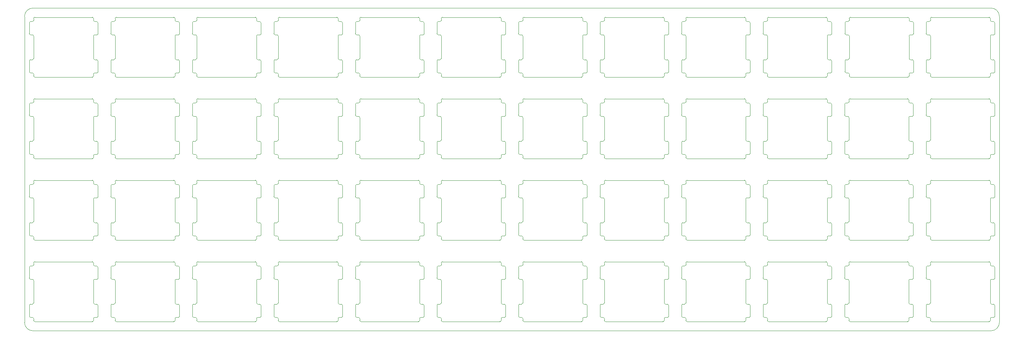
<source format=gbr>
G04 #@! TF.GenerationSoftware,KiCad,Pcbnew,(5.1.2-1)-1*
G04 #@! TF.CreationDate,2020-05-18T19:47:47-05:00*
G04 #@! TF.ProjectId,therick_top_plate,74686572-6963-46b5-9f74-6f705f706c61,rev?*
G04 #@! TF.SameCoordinates,Original*
G04 #@! TF.FileFunction,Profile,NP*
%FSLAX46Y46*%
G04 Gerber Fmt 4.6, Leading zero omitted, Abs format (unit mm)*
G04 Created by KiCad (PCBNEW (5.1.2-1)-1) date 2020-05-18 19:47:47*
%MOMM*%
%LPD*%
G04 APERTURE LIST*
%ADD10C,0.050000*%
%ADD11C,0.100000*%
G04 APERTURE END LIST*
D10*
X48418750Y-35294875D02*
X272256250Y-35294875D01*
X272256250Y-35294875D02*
G75*
G02X274240625Y-37279250I0J-1984375D01*
G01*
X274240625Y-108770750D02*
G75*
G02X272256250Y-110755125I-1984375J0D01*
G01*
X48418750Y-110755125D02*
G75*
G02X46434375Y-108770750I0J1984375D01*
G01*
X46434375Y-37279250D02*
G75*
G02X48418750Y-35294875I1984375J0D01*
G01*
X274240625Y-108770750D02*
X274240625Y-37279250D01*
X48418750Y-110755125D02*
X272256250Y-110755125D01*
X46434375Y-37279250D02*
X46434375Y-108770750D01*
D11*
X62262500Y-51450000D02*
X48862500Y-51450000D01*
X48862500Y-51450000D02*
G75*
G02X48562500Y-51150000I0J300000D01*
G01*
X48562500Y-51150000D02*
X48562500Y-50750000D01*
X48562500Y-37750000D02*
G75*
G02X48862500Y-37450000I300000J0D01*
G01*
X62262500Y-37450000D02*
X48862500Y-37450000D01*
X48562500Y-41850000D02*
X48562500Y-47050000D01*
X48562500Y-38150000D02*
X48562500Y-37750000D01*
X62562500Y-50750000D02*
X62562500Y-51150000D01*
X62262500Y-37450000D02*
G75*
G02X62562500Y-37750000I0J-300000D01*
G01*
X63562500Y-41350000D02*
G75*
G02X63362500Y-41550000I-200000J0D01*
G01*
X62562500Y-41850000D02*
G75*
G02X62862500Y-41550000I300000J0D01*
G01*
X62862500Y-38450000D02*
X63262500Y-38450000D01*
X63562500Y-41350000D02*
X63562500Y-38750000D01*
X63362500Y-41550000D02*
X62862500Y-41550000D01*
X62562500Y-47050000D02*
X62562500Y-41850000D01*
X62562500Y-51150000D02*
G75*
G02X62262500Y-51450000I-300000J0D01*
G01*
X62862500Y-38450000D02*
G75*
G02X62562500Y-38150000I0J300000D01*
G01*
X63262500Y-38450000D02*
G75*
G02X63562500Y-38750000I0J-300000D01*
G01*
X62562500Y-37750000D02*
X62562500Y-38150000D01*
X62862500Y-47350000D02*
G75*
G02X62562500Y-47050000I0J300000D01*
G01*
X63262500Y-47350000D02*
G75*
G02X63562500Y-47650000I0J-300000D01*
G01*
X63362500Y-50450000D02*
X62862500Y-50450000D01*
X63562500Y-50250000D02*
X63562500Y-47650000D01*
X62862500Y-47350000D02*
X63262500Y-47350000D01*
X62562500Y-50750000D02*
G75*
G02X62862500Y-50450000I300000J0D01*
G01*
X63562500Y-50250000D02*
G75*
G02X63362500Y-50450000I-200000J0D01*
G01*
X47562500Y-47550000D02*
G75*
G02X47762500Y-47350000I200000J0D01*
G01*
X48562500Y-47050000D02*
G75*
G02X48262500Y-47350000I-300000J0D01*
G01*
X48262500Y-50450000D02*
X47862500Y-50450000D01*
X47562500Y-47550000D02*
X47562500Y-50150000D01*
X47762500Y-47350000D02*
X48262500Y-47350000D01*
X47862500Y-50450000D02*
G75*
G02X47562500Y-50150000I0J300000D01*
G01*
X48262500Y-50450000D02*
G75*
G02X48562500Y-50750000I0J-300000D01*
G01*
X47762500Y-38450000D02*
X48262500Y-38450000D01*
X48262500Y-41550000D02*
X47862500Y-41550000D01*
X47562500Y-38650000D02*
X47562500Y-41250000D01*
X48562500Y-38150000D02*
G75*
G02X48262500Y-38450000I-300000J0D01*
G01*
X48262500Y-41550000D02*
G75*
G02X48562500Y-41850000I0J-300000D01*
G01*
X47862500Y-41550000D02*
G75*
G02X47562500Y-41250000I0J300000D01*
G01*
X47562500Y-38650000D02*
G75*
G02X47762500Y-38450000I200000J0D01*
G01*
X81312500Y-51450000D02*
X67912500Y-51450000D01*
X67912500Y-51450000D02*
G75*
G02X67612500Y-51150000I0J300000D01*
G01*
X67612500Y-51150000D02*
X67612500Y-50750000D01*
X67612500Y-37750000D02*
G75*
G02X67912500Y-37450000I300000J0D01*
G01*
X81312500Y-37450000D02*
X67912500Y-37450000D01*
X67612500Y-41850000D02*
X67612500Y-47050000D01*
X67612500Y-38150000D02*
X67612500Y-37750000D01*
X81612500Y-50750000D02*
X81612500Y-51150000D01*
X81312500Y-37450000D02*
G75*
G02X81612500Y-37750000I0J-300000D01*
G01*
X82612500Y-41350000D02*
G75*
G02X82412500Y-41550000I-200000J0D01*
G01*
X81612500Y-41850000D02*
G75*
G02X81912500Y-41550000I300000J0D01*
G01*
X81912500Y-38450000D02*
X82312500Y-38450000D01*
X82612500Y-41350000D02*
X82612500Y-38750000D01*
X82412500Y-41550000D02*
X81912500Y-41550000D01*
X81612500Y-47050000D02*
X81612500Y-41850000D01*
X81612500Y-51150000D02*
G75*
G02X81312500Y-51450000I-300000J0D01*
G01*
X81912500Y-38450000D02*
G75*
G02X81612500Y-38150000I0J300000D01*
G01*
X82312500Y-38450000D02*
G75*
G02X82612500Y-38750000I0J-300000D01*
G01*
X81612500Y-37750000D02*
X81612500Y-38150000D01*
X81912500Y-47350000D02*
G75*
G02X81612500Y-47050000I0J300000D01*
G01*
X82312500Y-47350000D02*
G75*
G02X82612500Y-47650000I0J-300000D01*
G01*
X82412500Y-50450000D02*
X81912500Y-50450000D01*
X82612500Y-50250000D02*
X82612500Y-47650000D01*
X81912500Y-47350000D02*
X82312500Y-47350000D01*
X81612500Y-50750000D02*
G75*
G02X81912500Y-50450000I300000J0D01*
G01*
X82612500Y-50250000D02*
G75*
G02X82412500Y-50450000I-200000J0D01*
G01*
X66612500Y-47550000D02*
G75*
G02X66812500Y-47350000I200000J0D01*
G01*
X67612500Y-47050000D02*
G75*
G02X67312500Y-47350000I-300000J0D01*
G01*
X67312500Y-50450000D02*
X66912500Y-50450000D01*
X66612500Y-47550000D02*
X66612500Y-50150000D01*
X66812500Y-47350000D02*
X67312500Y-47350000D01*
X66912500Y-50450000D02*
G75*
G02X66612500Y-50150000I0J300000D01*
G01*
X67312500Y-50450000D02*
G75*
G02X67612500Y-50750000I0J-300000D01*
G01*
X66812500Y-38450000D02*
X67312500Y-38450000D01*
X67312500Y-41550000D02*
X66912500Y-41550000D01*
X66612500Y-38650000D02*
X66612500Y-41250000D01*
X67612500Y-38150000D02*
G75*
G02X67312500Y-38450000I-300000J0D01*
G01*
X67312500Y-41550000D02*
G75*
G02X67612500Y-41850000I0J-300000D01*
G01*
X66912500Y-41550000D02*
G75*
G02X66612500Y-41250000I0J300000D01*
G01*
X66612500Y-38650000D02*
G75*
G02X66812500Y-38450000I200000J0D01*
G01*
X100362500Y-51450000D02*
X86962500Y-51450000D01*
X86962500Y-51450000D02*
G75*
G02X86662500Y-51150000I0J300000D01*
G01*
X86662500Y-51150000D02*
X86662500Y-50750000D01*
X86662500Y-37750000D02*
G75*
G02X86962500Y-37450000I300000J0D01*
G01*
X100362500Y-37450000D02*
X86962500Y-37450000D01*
X86662500Y-41850000D02*
X86662500Y-47050000D01*
X86662500Y-38150000D02*
X86662500Y-37750000D01*
X100662500Y-50750000D02*
X100662500Y-51150000D01*
X100362500Y-37450000D02*
G75*
G02X100662500Y-37750000I0J-300000D01*
G01*
X101662500Y-41350000D02*
G75*
G02X101462500Y-41550000I-200000J0D01*
G01*
X100662500Y-41850000D02*
G75*
G02X100962500Y-41550000I300000J0D01*
G01*
X100962500Y-38450000D02*
X101362500Y-38450000D01*
X101662500Y-41350000D02*
X101662500Y-38750000D01*
X101462500Y-41550000D02*
X100962500Y-41550000D01*
X100662500Y-47050000D02*
X100662500Y-41850000D01*
X100662500Y-51150000D02*
G75*
G02X100362500Y-51450000I-300000J0D01*
G01*
X100962500Y-38450000D02*
G75*
G02X100662500Y-38150000I0J300000D01*
G01*
X101362500Y-38450000D02*
G75*
G02X101662500Y-38750000I0J-300000D01*
G01*
X100662500Y-37750000D02*
X100662500Y-38150000D01*
X100962500Y-47350000D02*
G75*
G02X100662500Y-47050000I0J300000D01*
G01*
X101362500Y-47350000D02*
G75*
G02X101662500Y-47650000I0J-300000D01*
G01*
X101462500Y-50450000D02*
X100962500Y-50450000D01*
X101662500Y-50250000D02*
X101662500Y-47650000D01*
X100962500Y-47350000D02*
X101362500Y-47350000D01*
X100662500Y-50750000D02*
G75*
G02X100962500Y-50450000I300000J0D01*
G01*
X101662500Y-50250000D02*
G75*
G02X101462500Y-50450000I-200000J0D01*
G01*
X85662500Y-47550000D02*
G75*
G02X85862500Y-47350000I200000J0D01*
G01*
X86662500Y-47050000D02*
G75*
G02X86362500Y-47350000I-300000J0D01*
G01*
X86362500Y-50450000D02*
X85962500Y-50450000D01*
X85662500Y-47550000D02*
X85662500Y-50150000D01*
X85862500Y-47350000D02*
X86362500Y-47350000D01*
X85962500Y-50450000D02*
G75*
G02X85662500Y-50150000I0J300000D01*
G01*
X86362500Y-50450000D02*
G75*
G02X86662500Y-50750000I0J-300000D01*
G01*
X85862500Y-38450000D02*
X86362500Y-38450000D01*
X86362500Y-41550000D02*
X85962500Y-41550000D01*
X85662500Y-38650000D02*
X85662500Y-41250000D01*
X86662500Y-38150000D02*
G75*
G02X86362500Y-38450000I-300000J0D01*
G01*
X86362500Y-41550000D02*
G75*
G02X86662500Y-41850000I0J-300000D01*
G01*
X85962500Y-41550000D02*
G75*
G02X85662500Y-41250000I0J300000D01*
G01*
X85662500Y-38650000D02*
G75*
G02X85862500Y-38450000I200000J0D01*
G01*
X119412500Y-51450000D02*
X106012500Y-51450000D01*
X106012500Y-51450000D02*
G75*
G02X105712500Y-51150000I0J300000D01*
G01*
X105712500Y-51150000D02*
X105712500Y-50750000D01*
X105712500Y-37750000D02*
G75*
G02X106012500Y-37450000I300000J0D01*
G01*
X119412500Y-37450000D02*
X106012500Y-37450000D01*
X105712500Y-41850000D02*
X105712500Y-47050000D01*
X105712500Y-38150000D02*
X105712500Y-37750000D01*
X119712500Y-50750000D02*
X119712500Y-51150000D01*
X119412500Y-37450000D02*
G75*
G02X119712500Y-37750000I0J-300000D01*
G01*
X120712500Y-41350000D02*
G75*
G02X120512500Y-41550000I-200000J0D01*
G01*
X119712500Y-41850000D02*
G75*
G02X120012500Y-41550000I300000J0D01*
G01*
X120012500Y-38450000D02*
X120412500Y-38450000D01*
X120712500Y-41350000D02*
X120712500Y-38750000D01*
X120512500Y-41550000D02*
X120012500Y-41550000D01*
X119712500Y-47050000D02*
X119712500Y-41850000D01*
X119712500Y-51150000D02*
G75*
G02X119412500Y-51450000I-300000J0D01*
G01*
X120012500Y-38450000D02*
G75*
G02X119712500Y-38150000I0J300000D01*
G01*
X120412500Y-38450000D02*
G75*
G02X120712500Y-38750000I0J-300000D01*
G01*
X119712500Y-37750000D02*
X119712500Y-38150000D01*
X120012500Y-47350000D02*
G75*
G02X119712500Y-47050000I0J300000D01*
G01*
X120412500Y-47350000D02*
G75*
G02X120712500Y-47650000I0J-300000D01*
G01*
X120512500Y-50450000D02*
X120012500Y-50450000D01*
X120712500Y-50250000D02*
X120712500Y-47650000D01*
X120012500Y-47350000D02*
X120412500Y-47350000D01*
X119712500Y-50750000D02*
G75*
G02X120012500Y-50450000I300000J0D01*
G01*
X120712500Y-50250000D02*
G75*
G02X120512500Y-50450000I-200000J0D01*
G01*
X104712500Y-47550000D02*
G75*
G02X104912500Y-47350000I200000J0D01*
G01*
X105712500Y-47050000D02*
G75*
G02X105412500Y-47350000I-300000J0D01*
G01*
X105412500Y-50450000D02*
X105012500Y-50450000D01*
X104712500Y-47550000D02*
X104712500Y-50150000D01*
X104912500Y-47350000D02*
X105412500Y-47350000D01*
X105012500Y-50450000D02*
G75*
G02X104712500Y-50150000I0J300000D01*
G01*
X105412500Y-50450000D02*
G75*
G02X105712500Y-50750000I0J-300000D01*
G01*
X104912500Y-38450000D02*
X105412500Y-38450000D01*
X105412500Y-41550000D02*
X105012500Y-41550000D01*
X104712500Y-38650000D02*
X104712500Y-41250000D01*
X105712500Y-38150000D02*
G75*
G02X105412500Y-38450000I-300000J0D01*
G01*
X105412500Y-41550000D02*
G75*
G02X105712500Y-41850000I0J-300000D01*
G01*
X105012500Y-41550000D02*
G75*
G02X104712500Y-41250000I0J300000D01*
G01*
X104712500Y-38650000D02*
G75*
G02X104912500Y-38450000I200000J0D01*
G01*
X138462500Y-51450000D02*
X125062500Y-51450000D01*
X125062500Y-51450000D02*
G75*
G02X124762500Y-51150000I0J300000D01*
G01*
X124762500Y-51150000D02*
X124762500Y-50750000D01*
X124762500Y-37750000D02*
G75*
G02X125062500Y-37450000I300000J0D01*
G01*
X138462500Y-37450000D02*
X125062500Y-37450000D01*
X124762500Y-41850000D02*
X124762500Y-47050000D01*
X124762500Y-38150000D02*
X124762500Y-37750000D01*
X138762500Y-50750000D02*
X138762500Y-51150000D01*
X138462500Y-37450000D02*
G75*
G02X138762500Y-37750000I0J-300000D01*
G01*
X139762500Y-41350000D02*
G75*
G02X139562500Y-41550000I-200000J0D01*
G01*
X138762500Y-41850000D02*
G75*
G02X139062500Y-41550000I300000J0D01*
G01*
X139062500Y-38450000D02*
X139462500Y-38450000D01*
X139762500Y-41350000D02*
X139762500Y-38750000D01*
X139562500Y-41550000D02*
X139062500Y-41550000D01*
X138762500Y-47050000D02*
X138762500Y-41850000D01*
X138762500Y-51150000D02*
G75*
G02X138462500Y-51450000I-300000J0D01*
G01*
X139062500Y-38450000D02*
G75*
G02X138762500Y-38150000I0J300000D01*
G01*
X139462500Y-38450000D02*
G75*
G02X139762500Y-38750000I0J-300000D01*
G01*
X138762500Y-37750000D02*
X138762500Y-38150000D01*
X139062500Y-47350000D02*
G75*
G02X138762500Y-47050000I0J300000D01*
G01*
X139462500Y-47350000D02*
G75*
G02X139762500Y-47650000I0J-300000D01*
G01*
X139562500Y-50450000D02*
X139062500Y-50450000D01*
X139762500Y-50250000D02*
X139762500Y-47650000D01*
X139062500Y-47350000D02*
X139462500Y-47350000D01*
X138762500Y-50750000D02*
G75*
G02X139062500Y-50450000I300000J0D01*
G01*
X139762500Y-50250000D02*
G75*
G02X139562500Y-50450000I-200000J0D01*
G01*
X123762500Y-47550000D02*
G75*
G02X123962500Y-47350000I200000J0D01*
G01*
X124762500Y-47050000D02*
G75*
G02X124462500Y-47350000I-300000J0D01*
G01*
X124462500Y-50450000D02*
X124062500Y-50450000D01*
X123762500Y-47550000D02*
X123762500Y-50150000D01*
X123962500Y-47350000D02*
X124462500Y-47350000D01*
X124062500Y-50450000D02*
G75*
G02X123762500Y-50150000I0J300000D01*
G01*
X124462500Y-50450000D02*
G75*
G02X124762500Y-50750000I0J-300000D01*
G01*
X123962500Y-38450000D02*
X124462500Y-38450000D01*
X124462500Y-41550000D02*
X124062500Y-41550000D01*
X123762500Y-38650000D02*
X123762500Y-41250000D01*
X124762500Y-38150000D02*
G75*
G02X124462500Y-38450000I-300000J0D01*
G01*
X124462500Y-41550000D02*
G75*
G02X124762500Y-41850000I0J-300000D01*
G01*
X124062500Y-41550000D02*
G75*
G02X123762500Y-41250000I0J300000D01*
G01*
X123762500Y-38650000D02*
G75*
G02X123962500Y-38450000I200000J0D01*
G01*
X157512500Y-51450000D02*
X144112500Y-51450000D01*
X144112500Y-51450000D02*
G75*
G02X143812500Y-51150000I0J300000D01*
G01*
X143812500Y-51150000D02*
X143812500Y-50750000D01*
X143812500Y-37750000D02*
G75*
G02X144112500Y-37450000I300000J0D01*
G01*
X157512500Y-37450000D02*
X144112500Y-37450000D01*
X143812500Y-41850000D02*
X143812500Y-47050000D01*
X143812500Y-38150000D02*
X143812500Y-37750000D01*
X157812500Y-50750000D02*
X157812500Y-51150000D01*
X157512500Y-37450000D02*
G75*
G02X157812500Y-37750000I0J-300000D01*
G01*
X158812500Y-41350000D02*
G75*
G02X158612500Y-41550000I-200000J0D01*
G01*
X157812500Y-41850000D02*
G75*
G02X158112500Y-41550000I300000J0D01*
G01*
X158112500Y-38450000D02*
X158512500Y-38450000D01*
X158812500Y-41350000D02*
X158812500Y-38750000D01*
X158612500Y-41550000D02*
X158112500Y-41550000D01*
X157812500Y-47050000D02*
X157812500Y-41850000D01*
X157812500Y-51150000D02*
G75*
G02X157512500Y-51450000I-300000J0D01*
G01*
X158112500Y-38450000D02*
G75*
G02X157812500Y-38150000I0J300000D01*
G01*
X158512500Y-38450000D02*
G75*
G02X158812500Y-38750000I0J-300000D01*
G01*
X157812500Y-37750000D02*
X157812500Y-38150000D01*
X158112500Y-47350000D02*
G75*
G02X157812500Y-47050000I0J300000D01*
G01*
X158512500Y-47350000D02*
G75*
G02X158812500Y-47650000I0J-300000D01*
G01*
X158612500Y-50450000D02*
X158112500Y-50450000D01*
X158812500Y-50250000D02*
X158812500Y-47650000D01*
X158112500Y-47350000D02*
X158512500Y-47350000D01*
X157812500Y-50750000D02*
G75*
G02X158112500Y-50450000I300000J0D01*
G01*
X158812500Y-50250000D02*
G75*
G02X158612500Y-50450000I-200000J0D01*
G01*
X142812500Y-47550000D02*
G75*
G02X143012500Y-47350000I200000J0D01*
G01*
X143812500Y-47050000D02*
G75*
G02X143512500Y-47350000I-300000J0D01*
G01*
X143512500Y-50450000D02*
X143112500Y-50450000D01*
X142812500Y-47550000D02*
X142812500Y-50150000D01*
X143012500Y-47350000D02*
X143512500Y-47350000D01*
X143112500Y-50450000D02*
G75*
G02X142812500Y-50150000I0J300000D01*
G01*
X143512500Y-50450000D02*
G75*
G02X143812500Y-50750000I0J-300000D01*
G01*
X143012500Y-38450000D02*
X143512500Y-38450000D01*
X143512500Y-41550000D02*
X143112500Y-41550000D01*
X142812500Y-38650000D02*
X142812500Y-41250000D01*
X143812500Y-38150000D02*
G75*
G02X143512500Y-38450000I-300000J0D01*
G01*
X143512500Y-41550000D02*
G75*
G02X143812500Y-41850000I0J-300000D01*
G01*
X143112500Y-41550000D02*
G75*
G02X142812500Y-41250000I0J300000D01*
G01*
X142812500Y-38650000D02*
G75*
G02X143012500Y-38450000I200000J0D01*
G01*
X176562500Y-51450000D02*
X163162500Y-51450000D01*
X163162500Y-51450000D02*
G75*
G02X162862500Y-51150000I0J300000D01*
G01*
X162862500Y-51150000D02*
X162862500Y-50750000D01*
X162862500Y-37750000D02*
G75*
G02X163162500Y-37450000I300000J0D01*
G01*
X176562500Y-37450000D02*
X163162500Y-37450000D01*
X162862500Y-41850000D02*
X162862500Y-47050000D01*
X162862500Y-38150000D02*
X162862500Y-37750000D01*
X176862500Y-50750000D02*
X176862500Y-51150000D01*
X176562500Y-37450000D02*
G75*
G02X176862500Y-37750000I0J-300000D01*
G01*
X177862500Y-41350000D02*
G75*
G02X177662500Y-41550000I-200000J0D01*
G01*
X176862500Y-41850000D02*
G75*
G02X177162500Y-41550000I300000J0D01*
G01*
X177162500Y-38450000D02*
X177562500Y-38450000D01*
X177862500Y-41350000D02*
X177862500Y-38750000D01*
X177662500Y-41550000D02*
X177162500Y-41550000D01*
X176862500Y-47050000D02*
X176862500Y-41850000D01*
X176862500Y-51150000D02*
G75*
G02X176562500Y-51450000I-300000J0D01*
G01*
X177162500Y-38450000D02*
G75*
G02X176862500Y-38150000I0J300000D01*
G01*
X177562500Y-38450000D02*
G75*
G02X177862500Y-38750000I0J-300000D01*
G01*
X176862500Y-37750000D02*
X176862500Y-38150000D01*
X177162500Y-47350000D02*
G75*
G02X176862500Y-47050000I0J300000D01*
G01*
X177562500Y-47350000D02*
G75*
G02X177862500Y-47650000I0J-300000D01*
G01*
X177662500Y-50450000D02*
X177162500Y-50450000D01*
X177862500Y-50250000D02*
X177862500Y-47650000D01*
X177162500Y-47350000D02*
X177562500Y-47350000D01*
X176862500Y-50750000D02*
G75*
G02X177162500Y-50450000I300000J0D01*
G01*
X177862500Y-50250000D02*
G75*
G02X177662500Y-50450000I-200000J0D01*
G01*
X161862500Y-47550000D02*
G75*
G02X162062500Y-47350000I200000J0D01*
G01*
X162862500Y-47050000D02*
G75*
G02X162562500Y-47350000I-300000J0D01*
G01*
X162562500Y-50450000D02*
X162162500Y-50450000D01*
X161862500Y-47550000D02*
X161862500Y-50150000D01*
X162062500Y-47350000D02*
X162562500Y-47350000D01*
X162162500Y-50450000D02*
G75*
G02X161862500Y-50150000I0J300000D01*
G01*
X162562500Y-50450000D02*
G75*
G02X162862500Y-50750000I0J-300000D01*
G01*
X162062500Y-38450000D02*
X162562500Y-38450000D01*
X162562500Y-41550000D02*
X162162500Y-41550000D01*
X161862500Y-38650000D02*
X161862500Y-41250000D01*
X162862500Y-38150000D02*
G75*
G02X162562500Y-38450000I-300000J0D01*
G01*
X162562500Y-41550000D02*
G75*
G02X162862500Y-41850000I0J-300000D01*
G01*
X162162500Y-41550000D02*
G75*
G02X161862500Y-41250000I0J300000D01*
G01*
X161862500Y-38650000D02*
G75*
G02X162062500Y-38450000I200000J0D01*
G01*
X195612500Y-51450000D02*
X182212500Y-51450000D01*
X182212500Y-51450000D02*
G75*
G02X181912500Y-51150000I0J300000D01*
G01*
X181912500Y-51150000D02*
X181912500Y-50750000D01*
X181912500Y-37750000D02*
G75*
G02X182212500Y-37450000I300000J0D01*
G01*
X195612500Y-37450000D02*
X182212500Y-37450000D01*
X181912500Y-41850000D02*
X181912500Y-47050000D01*
X181912500Y-38150000D02*
X181912500Y-37750000D01*
X195912500Y-50750000D02*
X195912500Y-51150000D01*
X195612500Y-37450000D02*
G75*
G02X195912500Y-37750000I0J-300000D01*
G01*
X196912500Y-41350000D02*
G75*
G02X196712500Y-41550000I-200000J0D01*
G01*
X195912500Y-41850000D02*
G75*
G02X196212500Y-41550000I300000J0D01*
G01*
X196212500Y-38450000D02*
X196612500Y-38450000D01*
X196912500Y-41350000D02*
X196912500Y-38750000D01*
X196712500Y-41550000D02*
X196212500Y-41550000D01*
X195912500Y-47050000D02*
X195912500Y-41850000D01*
X195912500Y-51150000D02*
G75*
G02X195612500Y-51450000I-300000J0D01*
G01*
X196212500Y-38450000D02*
G75*
G02X195912500Y-38150000I0J300000D01*
G01*
X196612500Y-38450000D02*
G75*
G02X196912500Y-38750000I0J-300000D01*
G01*
X195912500Y-37750000D02*
X195912500Y-38150000D01*
X196212500Y-47350000D02*
G75*
G02X195912500Y-47050000I0J300000D01*
G01*
X196612500Y-47350000D02*
G75*
G02X196912500Y-47650000I0J-300000D01*
G01*
X196712500Y-50450000D02*
X196212500Y-50450000D01*
X196912500Y-50250000D02*
X196912500Y-47650000D01*
X196212500Y-47350000D02*
X196612500Y-47350000D01*
X195912500Y-50750000D02*
G75*
G02X196212500Y-50450000I300000J0D01*
G01*
X196912500Y-50250000D02*
G75*
G02X196712500Y-50450000I-200000J0D01*
G01*
X180912500Y-47550000D02*
G75*
G02X181112500Y-47350000I200000J0D01*
G01*
X181912500Y-47050000D02*
G75*
G02X181612500Y-47350000I-300000J0D01*
G01*
X181612500Y-50450000D02*
X181212500Y-50450000D01*
X180912500Y-47550000D02*
X180912500Y-50150000D01*
X181112500Y-47350000D02*
X181612500Y-47350000D01*
X181212500Y-50450000D02*
G75*
G02X180912500Y-50150000I0J300000D01*
G01*
X181612500Y-50450000D02*
G75*
G02X181912500Y-50750000I0J-300000D01*
G01*
X181112500Y-38450000D02*
X181612500Y-38450000D01*
X181612500Y-41550000D02*
X181212500Y-41550000D01*
X180912500Y-38650000D02*
X180912500Y-41250000D01*
X181912500Y-38150000D02*
G75*
G02X181612500Y-38450000I-300000J0D01*
G01*
X181612500Y-41550000D02*
G75*
G02X181912500Y-41850000I0J-300000D01*
G01*
X181212500Y-41550000D02*
G75*
G02X180912500Y-41250000I0J300000D01*
G01*
X180912500Y-38650000D02*
G75*
G02X181112500Y-38450000I200000J0D01*
G01*
X214662500Y-51450000D02*
X201262500Y-51450000D01*
X201262500Y-51450000D02*
G75*
G02X200962500Y-51150000I0J300000D01*
G01*
X200962500Y-51150000D02*
X200962500Y-50750000D01*
X200962500Y-37750000D02*
G75*
G02X201262500Y-37450000I300000J0D01*
G01*
X214662500Y-37450000D02*
X201262500Y-37450000D01*
X200962500Y-41850000D02*
X200962500Y-47050000D01*
X200962500Y-38150000D02*
X200962500Y-37750000D01*
X214962500Y-50750000D02*
X214962500Y-51150000D01*
X214662500Y-37450000D02*
G75*
G02X214962500Y-37750000I0J-300000D01*
G01*
X215962500Y-41350000D02*
G75*
G02X215762500Y-41550000I-200000J0D01*
G01*
X214962500Y-41850000D02*
G75*
G02X215262500Y-41550000I300000J0D01*
G01*
X215262500Y-38450000D02*
X215662500Y-38450000D01*
X215962500Y-41350000D02*
X215962500Y-38750000D01*
X215762500Y-41550000D02*
X215262500Y-41550000D01*
X214962500Y-47050000D02*
X214962500Y-41850000D01*
X214962500Y-51150000D02*
G75*
G02X214662500Y-51450000I-300000J0D01*
G01*
X215262500Y-38450000D02*
G75*
G02X214962500Y-38150000I0J300000D01*
G01*
X215662500Y-38450000D02*
G75*
G02X215962500Y-38750000I0J-300000D01*
G01*
X214962500Y-37750000D02*
X214962500Y-38150000D01*
X215262500Y-47350000D02*
G75*
G02X214962500Y-47050000I0J300000D01*
G01*
X215662500Y-47350000D02*
G75*
G02X215962500Y-47650000I0J-300000D01*
G01*
X215762500Y-50450000D02*
X215262500Y-50450000D01*
X215962500Y-50250000D02*
X215962500Y-47650000D01*
X215262500Y-47350000D02*
X215662500Y-47350000D01*
X214962500Y-50750000D02*
G75*
G02X215262500Y-50450000I300000J0D01*
G01*
X215962500Y-50250000D02*
G75*
G02X215762500Y-50450000I-200000J0D01*
G01*
X199962500Y-47550000D02*
G75*
G02X200162500Y-47350000I200000J0D01*
G01*
X200962500Y-47050000D02*
G75*
G02X200662500Y-47350000I-300000J0D01*
G01*
X200662500Y-50450000D02*
X200262500Y-50450000D01*
X199962500Y-47550000D02*
X199962500Y-50150000D01*
X200162500Y-47350000D02*
X200662500Y-47350000D01*
X200262500Y-50450000D02*
G75*
G02X199962500Y-50150000I0J300000D01*
G01*
X200662500Y-50450000D02*
G75*
G02X200962500Y-50750000I0J-300000D01*
G01*
X200162500Y-38450000D02*
X200662500Y-38450000D01*
X200662500Y-41550000D02*
X200262500Y-41550000D01*
X199962500Y-38650000D02*
X199962500Y-41250000D01*
X200962500Y-38150000D02*
G75*
G02X200662500Y-38450000I-300000J0D01*
G01*
X200662500Y-41550000D02*
G75*
G02X200962500Y-41850000I0J-300000D01*
G01*
X200262500Y-41550000D02*
G75*
G02X199962500Y-41250000I0J300000D01*
G01*
X199962500Y-38650000D02*
G75*
G02X200162500Y-38450000I200000J0D01*
G01*
X233712500Y-51450000D02*
X220312500Y-51450000D01*
X220312500Y-51450000D02*
G75*
G02X220012500Y-51150000I0J300000D01*
G01*
X220012500Y-51150000D02*
X220012500Y-50750000D01*
X220012500Y-37750000D02*
G75*
G02X220312500Y-37450000I300000J0D01*
G01*
X233712500Y-37450000D02*
X220312500Y-37450000D01*
X220012500Y-41850000D02*
X220012500Y-47050000D01*
X220012500Y-38150000D02*
X220012500Y-37750000D01*
X234012500Y-50750000D02*
X234012500Y-51150000D01*
X233712500Y-37450000D02*
G75*
G02X234012500Y-37750000I0J-300000D01*
G01*
X235012500Y-41350000D02*
G75*
G02X234812500Y-41550000I-200000J0D01*
G01*
X234012500Y-41850000D02*
G75*
G02X234312500Y-41550000I300000J0D01*
G01*
X234312500Y-38450000D02*
X234712500Y-38450000D01*
X235012500Y-41350000D02*
X235012500Y-38750000D01*
X234812500Y-41550000D02*
X234312500Y-41550000D01*
X234012500Y-47050000D02*
X234012500Y-41850000D01*
X234012500Y-51150000D02*
G75*
G02X233712500Y-51450000I-300000J0D01*
G01*
X234312500Y-38450000D02*
G75*
G02X234012500Y-38150000I0J300000D01*
G01*
X234712500Y-38450000D02*
G75*
G02X235012500Y-38750000I0J-300000D01*
G01*
X234012500Y-37750000D02*
X234012500Y-38150000D01*
X234312500Y-47350000D02*
G75*
G02X234012500Y-47050000I0J300000D01*
G01*
X234712500Y-47350000D02*
G75*
G02X235012500Y-47650000I0J-300000D01*
G01*
X234812500Y-50450000D02*
X234312500Y-50450000D01*
X235012500Y-50250000D02*
X235012500Y-47650000D01*
X234312500Y-47350000D02*
X234712500Y-47350000D01*
X234012500Y-50750000D02*
G75*
G02X234312500Y-50450000I300000J0D01*
G01*
X235012500Y-50250000D02*
G75*
G02X234812500Y-50450000I-200000J0D01*
G01*
X219012500Y-47550000D02*
G75*
G02X219212500Y-47350000I200000J0D01*
G01*
X220012500Y-47050000D02*
G75*
G02X219712500Y-47350000I-300000J0D01*
G01*
X219712500Y-50450000D02*
X219312500Y-50450000D01*
X219012500Y-47550000D02*
X219012500Y-50150000D01*
X219212500Y-47350000D02*
X219712500Y-47350000D01*
X219312500Y-50450000D02*
G75*
G02X219012500Y-50150000I0J300000D01*
G01*
X219712500Y-50450000D02*
G75*
G02X220012500Y-50750000I0J-300000D01*
G01*
X219212500Y-38450000D02*
X219712500Y-38450000D01*
X219712500Y-41550000D02*
X219312500Y-41550000D01*
X219012500Y-38650000D02*
X219012500Y-41250000D01*
X220012500Y-38150000D02*
G75*
G02X219712500Y-38450000I-300000J0D01*
G01*
X219712500Y-41550000D02*
G75*
G02X220012500Y-41850000I0J-300000D01*
G01*
X219312500Y-41550000D02*
G75*
G02X219012500Y-41250000I0J300000D01*
G01*
X219012500Y-38650000D02*
G75*
G02X219212500Y-38450000I200000J0D01*
G01*
X252837501Y-51450000D02*
X239437501Y-51450000D01*
X239437501Y-51450000D02*
G75*
G02X239137501Y-51150000I0J300000D01*
G01*
X239137501Y-51150000D02*
X239137501Y-50750000D01*
X239137501Y-37750000D02*
G75*
G02X239437501Y-37450000I300000J0D01*
G01*
X252837501Y-37450000D02*
X239437501Y-37450000D01*
X239137501Y-41850000D02*
X239137501Y-47050000D01*
X239137501Y-38150000D02*
X239137501Y-37750000D01*
X253137501Y-50750000D02*
X253137501Y-51150000D01*
X252837501Y-37450000D02*
G75*
G02X253137501Y-37750000I0J-300000D01*
G01*
X254137501Y-41350000D02*
G75*
G02X253937501Y-41550000I-200000J0D01*
G01*
X253137501Y-41850000D02*
G75*
G02X253437501Y-41550000I300000J0D01*
G01*
X253437501Y-38450000D02*
X253837501Y-38450000D01*
X254137501Y-41350000D02*
X254137501Y-38750000D01*
X253937501Y-41550000D02*
X253437501Y-41550000D01*
X253137501Y-47050000D02*
X253137501Y-41850000D01*
X253137501Y-51150000D02*
G75*
G02X252837501Y-51450000I-300000J0D01*
G01*
X253437501Y-38450000D02*
G75*
G02X253137501Y-38150000I0J300000D01*
G01*
X253837501Y-38450000D02*
G75*
G02X254137501Y-38750000I0J-300000D01*
G01*
X253137501Y-37750000D02*
X253137501Y-38150000D01*
X253437501Y-47350000D02*
G75*
G02X253137501Y-47050000I0J300000D01*
G01*
X253837501Y-47350000D02*
G75*
G02X254137501Y-47650000I0J-300000D01*
G01*
X253937501Y-50450000D02*
X253437501Y-50450000D01*
X254137501Y-50250000D02*
X254137501Y-47650000D01*
X253437501Y-47350000D02*
X253837501Y-47350000D01*
X253137501Y-50750000D02*
G75*
G02X253437501Y-50450000I300000J0D01*
G01*
X254137501Y-50250000D02*
G75*
G02X253937501Y-50450000I-200000J0D01*
G01*
X238137501Y-47550000D02*
G75*
G02X238337501Y-47350000I200000J0D01*
G01*
X239137501Y-47050000D02*
G75*
G02X238837501Y-47350000I-300000J0D01*
G01*
X238837501Y-50450000D02*
X238437501Y-50450000D01*
X238137501Y-47550000D02*
X238137501Y-50150000D01*
X238337501Y-47350000D02*
X238837501Y-47350000D01*
X238437501Y-50450000D02*
G75*
G02X238137501Y-50150000I0J300000D01*
G01*
X238837501Y-50450000D02*
G75*
G02X239137501Y-50750000I0J-300000D01*
G01*
X238337501Y-38450000D02*
X238837501Y-38450000D01*
X238837501Y-41550000D02*
X238437501Y-41550000D01*
X238137501Y-38650000D02*
X238137501Y-41250000D01*
X239137501Y-38150000D02*
G75*
G02X238837501Y-38450000I-300000J0D01*
G01*
X238837501Y-41550000D02*
G75*
G02X239137501Y-41850000I0J-300000D01*
G01*
X238437501Y-41550000D02*
G75*
G02X238137501Y-41250000I0J300000D01*
G01*
X238137501Y-38650000D02*
G75*
G02X238337501Y-38450000I200000J0D01*
G01*
X271812500Y-51450000D02*
X258412500Y-51450000D01*
X258412500Y-51450000D02*
G75*
G02X258112500Y-51150000I0J300000D01*
G01*
X258112500Y-51150000D02*
X258112500Y-50750000D01*
X258112500Y-37750000D02*
G75*
G02X258412500Y-37450000I300000J0D01*
G01*
X271812500Y-37450000D02*
X258412500Y-37450000D01*
X258112500Y-41850000D02*
X258112500Y-47050000D01*
X258112500Y-38150000D02*
X258112500Y-37750000D01*
X272112500Y-50750000D02*
X272112500Y-51150000D01*
X271812500Y-37450000D02*
G75*
G02X272112500Y-37750000I0J-300000D01*
G01*
X273112500Y-41350000D02*
G75*
G02X272912500Y-41550000I-200000J0D01*
G01*
X272112500Y-41850000D02*
G75*
G02X272412500Y-41550000I300000J0D01*
G01*
X272412500Y-38450000D02*
X272812500Y-38450000D01*
X273112500Y-41350000D02*
X273112500Y-38750000D01*
X272912500Y-41550000D02*
X272412500Y-41550000D01*
X272112500Y-47050000D02*
X272112500Y-41850000D01*
X272112500Y-51150000D02*
G75*
G02X271812500Y-51450000I-300000J0D01*
G01*
X272412500Y-38450000D02*
G75*
G02X272112500Y-38150000I0J300000D01*
G01*
X272812500Y-38450000D02*
G75*
G02X273112500Y-38750000I0J-300000D01*
G01*
X272112500Y-37750000D02*
X272112500Y-38150000D01*
X272412500Y-47350000D02*
G75*
G02X272112500Y-47050000I0J300000D01*
G01*
X272812500Y-47350000D02*
G75*
G02X273112500Y-47650000I0J-300000D01*
G01*
X272912500Y-50450000D02*
X272412500Y-50450000D01*
X273112500Y-50250000D02*
X273112500Y-47650000D01*
X272412500Y-47350000D02*
X272812500Y-47350000D01*
X272112500Y-50750000D02*
G75*
G02X272412500Y-50450000I300000J0D01*
G01*
X273112500Y-50250000D02*
G75*
G02X272912500Y-50450000I-200000J0D01*
G01*
X257112500Y-47550000D02*
G75*
G02X257312500Y-47350000I200000J0D01*
G01*
X258112500Y-47050000D02*
G75*
G02X257812500Y-47350000I-300000J0D01*
G01*
X257812500Y-50450000D02*
X257412500Y-50450000D01*
X257112500Y-47550000D02*
X257112500Y-50150000D01*
X257312500Y-47350000D02*
X257812500Y-47350000D01*
X257412500Y-50450000D02*
G75*
G02X257112500Y-50150000I0J300000D01*
G01*
X257812500Y-50450000D02*
G75*
G02X258112500Y-50750000I0J-300000D01*
G01*
X257312500Y-38450000D02*
X257812500Y-38450000D01*
X257812500Y-41550000D02*
X257412500Y-41550000D01*
X257112500Y-38650000D02*
X257112500Y-41250000D01*
X258112500Y-38150000D02*
G75*
G02X257812500Y-38450000I-300000J0D01*
G01*
X257812500Y-41550000D02*
G75*
G02X258112500Y-41850000I0J-300000D01*
G01*
X257412500Y-41550000D02*
G75*
G02X257112500Y-41250000I0J300000D01*
G01*
X257112500Y-38650000D02*
G75*
G02X257312500Y-38450000I200000J0D01*
G01*
X62262500Y-70500000D02*
X48862500Y-70500000D01*
X48862500Y-70500000D02*
G75*
G02X48562500Y-70200000I0J300000D01*
G01*
X48562500Y-70200000D02*
X48562500Y-69800000D01*
X48562500Y-56800000D02*
G75*
G02X48862500Y-56500000I300000J0D01*
G01*
X62262500Y-56500000D02*
X48862500Y-56500000D01*
X48562500Y-60900000D02*
X48562500Y-66100000D01*
X48562500Y-57200000D02*
X48562500Y-56800000D01*
X62562500Y-69800000D02*
X62562500Y-70200000D01*
X62262500Y-56500000D02*
G75*
G02X62562500Y-56800000I0J-300000D01*
G01*
X63562500Y-60400000D02*
G75*
G02X63362500Y-60600000I-200000J0D01*
G01*
X62562500Y-60900000D02*
G75*
G02X62862500Y-60600000I300000J0D01*
G01*
X62862500Y-57500000D02*
X63262500Y-57500000D01*
X63562500Y-60400000D02*
X63562500Y-57800000D01*
X63362500Y-60600000D02*
X62862500Y-60600000D01*
X62562500Y-66100000D02*
X62562500Y-60900000D01*
X62562500Y-70200000D02*
G75*
G02X62262500Y-70500000I-300000J0D01*
G01*
X62862500Y-57500000D02*
G75*
G02X62562500Y-57200000I0J300000D01*
G01*
X63262500Y-57500000D02*
G75*
G02X63562500Y-57800000I0J-300000D01*
G01*
X62562500Y-56800000D02*
X62562500Y-57200000D01*
X62862500Y-66400000D02*
G75*
G02X62562500Y-66100000I0J300000D01*
G01*
X63262500Y-66400000D02*
G75*
G02X63562500Y-66700000I0J-300000D01*
G01*
X63362500Y-69500000D02*
X62862500Y-69500000D01*
X63562500Y-69300000D02*
X63562500Y-66700000D01*
X62862500Y-66400000D02*
X63262500Y-66400000D01*
X62562500Y-69800000D02*
G75*
G02X62862500Y-69500000I300000J0D01*
G01*
X63562500Y-69300000D02*
G75*
G02X63362500Y-69500000I-200000J0D01*
G01*
X47562500Y-66600000D02*
G75*
G02X47762500Y-66400000I200000J0D01*
G01*
X48562500Y-66100000D02*
G75*
G02X48262500Y-66400000I-300000J0D01*
G01*
X48262500Y-69500000D02*
X47862500Y-69500000D01*
X47562500Y-66600000D02*
X47562500Y-69200000D01*
X47762500Y-66400000D02*
X48262500Y-66400000D01*
X47862500Y-69500000D02*
G75*
G02X47562500Y-69200000I0J300000D01*
G01*
X48262500Y-69500000D02*
G75*
G02X48562500Y-69800000I0J-300000D01*
G01*
X47762500Y-57500000D02*
X48262500Y-57500000D01*
X48262500Y-60600000D02*
X47862500Y-60600000D01*
X47562500Y-57700000D02*
X47562500Y-60300000D01*
X48562500Y-57200000D02*
G75*
G02X48262500Y-57500000I-300000J0D01*
G01*
X48262500Y-60600000D02*
G75*
G02X48562500Y-60900000I0J-300000D01*
G01*
X47862500Y-60600000D02*
G75*
G02X47562500Y-60300000I0J300000D01*
G01*
X47562500Y-57700000D02*
G75*
G02X47762500Y-57500000I200000J0D01*
G01*
X81312500Y-70500000D02*
X67912500Y-70500000D01*
X67912500Y-70500000D02*
G75*
G02X67612500Y-70200000I0J300000D01*
G01*
X67612500Y-70200000D02*
X67612500Y-69800000D01*
X67612500Y-56800000D02*
G75*
G02X67912500Y-56500000I300000J0D01*
G01*
X81312500Y-56500000D02*
X67912500Y-56500000D01*
X67612500Y-60900000D02*
X67612500Y-66100000D01*
X67612500Y-57200000D02*
X67612500Y-56800000D01*
X81612500Y-69800000D02*
X81612500Y-70200000D01*
X81312500Y-56500000D02*
G75*
G02X81612500Y-56800000I0J-300000D01*
G01*
X82612500Y-60400000D02*
G75*
G02X82412500Y-60600000I-200000J0D01*
G01*
X81612500Y-60900000D02*
G75*
G02X81912500Y-60600000I300000J0D01*
G01*
X81912500Y-57500000D02*
X82312500Y-57500000D01*
X82612500Y-60400000D02*
X82612500Y-57800000D01*
X82412500Y-60600000D02*
X81912500Y-60600000D01*
X81612500Y-66100000D02*
X81612500Y-60900000D01*
X81612500Y-70200000D02*
G75*
G02X81312500Y-70500000I-300000J0D01*
G01*
X81912500Y-57500000D02*
G75*
G02X81612500Y-57200000I0J300000D01*
G01*
X82312500Y-57500000D02*
G75*
G02X82612500Y-57800000I0J-300000D01*
G01*
X81612500Y-56800000D02*
X81612500Y-57200000D01*
X81912500Y-66400000D02*
G75*
G02X81612500Y-66100000I0J300000D01*
G01*
X82312500Y-66400000D02*
G75*
G02X82612500Y-66700000I0J-300000D01*
G01*
X82412500Y-69500000D02*
X81912500Y-69500000D01*
X82612500Y-69300000D02*
X82612500Y-66700000D01*
X81912500Y-66400000D02*
X82312500Y-66400000D01*
X81612500Y-69800000D02*
G75*
G02X81912500Y-69500000I300000J0D01*
G01*
X82612500Y-69300000D02*
G75*
G02X82412500Y-69500000I-200000J0D01*
G01*
X66612500Y-66600000D02*
G75*
G02X66812500Y-66400000I200000J0D01*
G01*
X67612500Y-66100000D02*
G75*
G02X67312500Y-66400000I-300000J0D01*
G01*
X67312500Y-69500000D02*
X66912500Y-69500000D01*
X66612500Y-66600000D02*
X66612500Y-69200000D01*
X66812500Y-66400000D02*
X67312500Y-66400000D01*
X66912500Y-69500000D02*
G75*
G02X66612500Y-69200000I0J300000D01*
G01*
X67312500Y-69500000D02*
G75*
G02X67612500Y-69800000I0J-300000D01*
G01*
X66812500Y-57500000D02*
X67312500Y-57500000D01*
X67312500Y-60600000D02*
X66912500Y-60600000D01*
X66612500Y-57700000D02*
X66612500Y-60300000D01*
X67612500Y-57200000D02*
G75*
G02X67312500Y-57500000I-300000J0D01*
G01*
X67312500Y-60600000D02*
G75*
G02X67612500Y-60900000I0J-300000D01*
G01*
X66912500Y-60600000D02*
G75*
G02X66612500Y-60300000I0J300000D01*
G01*
X66612500Y-57700000D02*
G75*
G02X66812500Y-57500000I200000J0D01*
G01*
X100362500Y-70500000D02*
X86962500Y-70500000D01*
X86962500Y-70500000D02*
G75*
G02X86662500Y-70200000I0J300000D01*
G01*
X86662500Y-70200000D02*
X86662500Y-69800000D01*
X86662500Y-56800000D02*
G75*
G02X86962500Y-56500000I300000J0D01*
G01*
X100362500Y-56500000D02*
X86962500Y-56500000D01*
X86662500Y-60900000D02*
X86662500Y-66100000D01*
X86662500Y-57200000D02*
X86662500Y-56800000D01*
X100662500Y-69800000D02*
X100662500Y-70200000D01*
X100362500Y-56500000D02*
G75*
G02X100662500Y-56800000I0J-300000D01*
G01*
X101662500Y-60400000D02*
G75*
G02X101462500Y-60600000I-200000J0D01*
G01*
X100662500Y-60900000D02*
G75*
G02X100962500Y-60600000I300000J0D01*
G01*
X100962500Y-57500000D02*
X101362500Y-57500000D01*
X101662500Y-60400000D02*
X101662500Y-57800000D01*
X101462500Y-60600000D02*
X100962500Y-60600000D01*
X100662500Y-66100000D02*
X100662500Y-60900000D01*
X100662500Y-70200000D02*
G75*
G02X100362500Y-70500000I-300000J0D01*
G01*
X100962500Y-57500000D02*
G75*
G02X100662500Y-57200000I0J300000D01*
G01*
X101362500Y-57500000D02*
G75*
G02X101662500Y-57800000I0J-300000D01*
G01*
X100662500Y-56800000D02*
X100662500Y-57200000D01*
X100962500Y-66400000D02*
G75*
G02X100662500Y-66100000I0J300000D01*
G01*
X101362500Y-66400000D02*
G75*
G02X101662500Y-66700000I0J-300000D01*
G01*
X101462500Y-69500000D02*
X100962500Y-69500000D01*
X101662500Y-69300000D02*
X101662500Y-66700000D01*
X100962500Y-66400000D02*
X101362500Y-66400000D01*
X100662500Y-69800000D02*
G75*
G02X100962500Y-69500000I300000J0D01*
G01*
X101662500Y-69300000D02*
G75*
G02X101462500Y-69500000I-200000J0D01*
G01*
X85662500Y-66600000D02*
G75*
G02X85862500Y-66400000I200000J0D01*
G01*
X86662500Y-66100000D02*
G75*
G02X86362500Y-66400000I-300000J0D01*
G01*
X86362500Y-69500000D02*
X85962500Y-69500000D01*
X85662500Y-66600000D02*
X85662500Y-69200000D01*
X85862500Y-66400000D02*
X86362500Y-66400000D01*
X85962500Y-69500000D02*
G75*
G02X85662500Y-69200000I0J300000D01*
G01*
X86362500Y-69500000D02*
G75*
G02X86662500Y-69800000I0J-300000D01*
G01*
X85862500Y-57500000D02*
X86362500Y-57500000D01*
X86362500Y-60600000D02*
X85962500Y-60600000D01*
X85662500Y-57700000D02*
X85662500Y-60300000D01*
X86662500Y-57200000D02*
G75*
G02X86362500Y-57500000I-300000J0D01*
G01*
X86362500Y-60600000D02*
G75*
G02X86662500Y-60900000I0J-300000D01*
G01*
X85962500Y-60600000D02*
G75*
G02X85662500Y-60300000I0J300000D01*
G01*
X85662500Y-57700000D02*
G75*
G02X85862500Y-57500000I200000J0D01*
G01*
X119412500Y-70500000D02*
X106012500Y-70500000D01*
X106012500Y-70500000D02*
G75*
G02X105712500Y-70200000I0J300000D01*
G01*
X105712500Y-70200000D02*
X105712500Y-69800000D01*
X105712500Y-56800000D02*
G75*
G02X106012500Y-56500000I300000J0D01*
G01*
X119412500Y-56500000D02*
X106012500Y-56500000D01*
X105712500Y-60900000D02*
X105712500Y-66100000D01*
X105712500Y-57200000D02*
X105712500Y-56800000D01*
X119712500Y-69800000D02*
X119712500Y-70200000D01*
X119412500Y-56500000D02*
G75*
G02X119712500Y-56800000I0J-300000D01*
G01*
X120712500Y-60400000D02*
G75*
G02X120512500Y-60600000I-200000J0D01*
G01*
X119712500Y-60900000D02*
G75*
G02X120012500Y-60600000I300000J0D01*
G01*
X120012500Y-57500000D02*
X120412500Y-57500000D01*
X120712500Y-60400000D02*
X120712500Y-57800000D01*
X120512500Y-60600000D02*
X120012500Y-60600000D01*
X119712500Y-66100000D02*
X119712500Y-60900000D01*
X119712500Y-70200000D02*
G75*
G02X119412500Y-70500000I-300000J0D01*
G01*
X120012500Y-57500000D02*
G75*
G02X119712500Y-57200000I0J300000D01*
G01*
X120412500Y-57500000D02*
G75*
G02X120712500Y-57800000I0J-300000D01*
G01*
X119712500Y-56800000D02*
X119712500Y-57200000D01*
X120012500Y-66400000D02*
G75*
G02X119712500Y-66100000I0J300000D01*
G01*
X120412500Y-66400000D02*
G75*
G02X120712500Y-66700000I0J-300000D01*
G01*
X120512500Y-69500000D02*
X120012500Y-69500000D01*
X120712500Y-69300000D02*
X120712500Y-66700000D01*
X120012500Y-66400000D02*
X120412500Y-66400000D01*
X119712500Y-69800000D02*
G75*
G02X120012500Y-69500000I300000J0D01*
G01*
X120712500Y-69300000D02*
G75*
G02X120512500Y-69500000I-200000J0D01*
G01*
X104712500Y-66600000D02*
G75*
G02X104912500Y-66400000I200000J0D01*
G01*
X105712500Y-66100000D02*
G75*
G02X105412500Y-66400000I-300000J0D01*
G01*
X105412500Y-69500000D02*
X105012500Y-69500000D01*
X104712500Y-66600000D02*
X104712500Y-69200000D01*
X104912500Y-66400000D02*
X105412500Y-66400000D01*
X105012500Y-69500000D02*
G75*
G02X104712500Y-69200000I0J300000D01*
G01*
X105412500Y-69500000D02*
G75*
G02X105712500Y-69800000I0J-300000D01*
G01*
X104912500Y-57500000D02*
X105412500Y-57500000D01*
X105412500Y-60600000D02*
X105012500Y-60600000D01*
X104712500Y-57700000D02*
X104712500Y-60300000D01*
X105712500Y-57200000D02*
G75*
G02X105412500Y-57500000I-300000J0D01*
G01*
X105412500Y-60600000D02*
G75*
G02X105712500Y-60900000I0J-300000D01*
G01*
X105012500Y-60600000D02*
G75*
G02X104712500Y-60300000I0J300000D01*
G01*
X104712500Y-57700000D02*
G75*
G02X104912500Y-57500000I200000J0D01*
G01*
X138462500Y-70500000D02*
X125062500Y-70500000D01*
X125062500Y-70500000D02*
G75*
G02X124762500Y-70200000I0J300000D01*
G01*
X124762500Y-70200000D02*
X124762500Y-69800000D01*
X124762500Y-56800000D02*
G75*
G02X125062500Y-56500000I300000J0D01*
G01*
X138462500Y-56500000D02*
X125062500Y-56500000D01*
X124762500Y-60900000D02*
X124762500Y-66100000D01*
X124762500Y-57200000D02*
X124762500Y-56800000D01*
X138762500Y-69800000D02*
X138762500Y-70200000D01*
X138462500Y-56500000D02*
G75*
G02X138762500Y-56800000I0J-300000D01*
G01*
X139762500Y-60400000D02*
G75*
G02X139562500Y-60600000I-200000J0D01*
G01*
X138762500Y-60900000D02*
G75*
G02X139062500Y-60600000I300000J0D01*
G01*
X139062500Y-57500000D02*
X139462500Y-57500000D01*
X139762500Y-60400000D02*
X139762500Y-57800000D01*
X139562500Y-60600000D02*
X139062500Y-60600000D01*
X138762500Y-66100000D02*
X138762500Y-60900000D01*
X138762500Y-70200000D02*
G75*
G02X138462500Y-70500000I-300000J0D01*
G01*
X139062500Y-57500000D02*
G75*
G02X138762500Y-57200000I0J300000D01*
G01*
X139462500Y-57500000D02*
G75*
G02X139762500Y-57800000I0J-300000D01*
G01*
X138762500Y-56800000D02*
X138762500Y-57200000D01*
X139062500Y-66400000D02*
G75*
G02X138762500Y-66100000I0J300000D01*
G01*
X139462500Y-66400000D02*
G75*
G02X139762500Y-66700000I0J-300000D01*
G01*
X139562500Y-69500000D02*
X139062500Y-69500000D01*
X139762500Y-69300000D02*
X139762500Y-66700000D01*
X139062500Y-66400000D02*
X139462500Y-66400000D01*
X138762500Y-69800000D02*
G75*
G02X139062500Y-69500000I300000J0D01*
G01*
X139762500Y-69300000D02*
G75*
G02X139562500Y-69500000I-200000J0D01*
G01*
X123762500Y-66600000D02*
G75*
G02X123962500Y-66400000I200000J0D01*
G01*
X124762500Y-66100000D02*
G75*
G02X124462500Y-66400000I-300000J0D01*
G01*
X124462500Y-69500000D02*
X124062500Y-69500000D01*
X123762500Y-66600000D02*
X123762500Y-69200000D01*
X123962500Y-66400000D02*
X124462500Y-66400000D01*
X124062500Y-69500000D02*
G75*
G02X123762500Y-69200000I0J300000D01*
G01*
X124462500Y-69500000D02*
G75*
G02X124762500Y-69800000I0J-300000D01*
G01*
X123962500Y-57500000D02*
X124462500Y-57500000D01*
X124462500Y-60600000D02*
X124062500Y-60600000D01*
X123762500Y-57700000D02*
X123762500Y-60300000D01*
X124762500Y-57200000D02*
G75*
G02X124462500Y-57500000I-300000J0D01*
G01*
X124462500Y-60600000D02*
G75*
G02X124762500Y-60900000I0J-300000D01*
G01*
X124062500Y-60600000D02*
G75*
G02X123762500Y-60300000I0J300000D01*
G01*
X123762500Y-57700000D02*
G75*
G02X123962500Y-57500000I200000J0D01*
G01*
X157512500Y-70500000D02*
X144112500Y-70500000D01*
X144112500Y-70500000D02*
G75*
G02X143812500Y-70200000I0J300000D01*
G01*
X143812500Y-70200000D02*
X143812500Y-69800000D01*
X143812500Y-56800000D02*
G75*
G02X144112500Y-56500000I300000J0D01*
G01*
X157512500Y-56500000D02*
X144112500Y-56500000D01*
X143812500Y-60900000D02*
X143812500Y-66100000D01*
X143812500Y-57200000D02*
X143812500Y-56800000D01*
X157812500Y-69800000D02*
X157812500Y-70200000D01*
X157512500Y-56500000D02*
G75*
G02X157812500Y-56800000I0J-300000D01*
G01*
X158812500Y-60400000D02*
G75*
G02X158612500Y-60600000I-200000J0D01*
G01*
X157812500Y-60900000D02*
G75*
G02X158112500Y-60600000I300000J0D01*
G01*
X158112500Y-57500000D02*
X158512500Y-57500000D01*
X158812500Y-60400000D02*
X158812500Y-57800000D01*
X158612500Y-60600000D02*
X158112500Y-60600000D01*
X157812500Y-66100000D02*
X157812500Y-60900000D01*
X157812500Y-70200000D02*
G75*
G02X157512500Y-70500000I-300000J0D01*
G01*
X158112500Y-57500000D02*
G75*
G02X157812500Y-57200000I0J300000D01*
G01*
X158512500Y-57500000D02*
G75*
G02X158812500Y-57800000I0J-300000D01*
G01*
X157812500Y-56800000D02*
X157812500Y-57200000D01*
X158112500Y-66400000D02*
G75*
G02X157812500Y-66100000I0J300000D01*
G01*
X158512500Y-66400000D02*
G75*
G02X158812500Y-66700000I0J-300000D01*
G01*
X158612500Y-69500000D02*
X158112500Y-69500000D01*
X158812500Y-69300000D02*
X158812500Y-66700000D01*
X158112500Y-66400000D02*
X158512500Y-66400000D01*
X157812500Y-69800000D02*
G75*
G02X158112500Y-69500000I300000J0D01*
G01*
X158812500Y-69300000D02*
G75*
G02X158612500Y-69500000I-200000J0D01*
G01*
X142812500Y-66600000D02*
G75*
G02X143012500Y-66400000I200000J0D01*
G01*
X143812500Y-66100000D02*
G75*
G02X143512500Y-66400000I-300000J0D01*
G01*
X143512500Y-69500000D02*
X143112500Y-69500000D01*
X142812500Y-66600000D02*
X142812500Y-69200000D01*
X143012500Y-66400000D02*
X143512500Y-66400000D01*
X143112500Y-69500000D02*
G75*
G02X142812500Y-69200000I0J300000D01*
G01*
X143512500Y-69500000D02*
G75*
G02X143812500Y-69800000I0J-300000D01*
G01*
X143012500Y-57500000D02*
X143512500Y-57500000D01*
X143512500Y-60600000D02*
X143112500Y-60600000D01*
X142812500Y-57700000D02*
X142812500Y-60300000D01*
X143812500Y-57200000D02*
G75*
G02X143512500Y-57500000I-300000J0D01*
G01*
X143512500Y-60600000D02*
G75*
G02X143812500Y-60900000I0J-300000D01*
G01*
X143112500Y-60600000D02*
G75*
G02X142812500Y-60300000I0J300000D01*
G01*
X142812500Y-57700000D02*
G75*
G02X143012500Y-57500000I200000J0D01*
G01*
X176562500Y-70500000D02*
X163162500Y-70500000D01*
X163162500Y-70500000D02*
G75*
G02X162862500Y-70200000I0J300000D01*
G01*
X162862500Y-70200000D02*
X162862500Y-69800000D01*
X162862500Y-56800000D02*
G75*
G02X163162500Y-56500000I300000J0D01*
G01*
X176562500Y-56500000D02*
X163162500Y-56500000D01*
X162862500Y-60900000D02*
X162862500Y-66100000D01*
X162862500Y-57200000D02*
X162862500Y-56800000D01*
X176862500Y-69800000D02*
X176862500Y-70200000D01*
X176562500Y-56500000D02*
G75*
G02X176862500Y-56800000I0J-300000D01*
G01*
X177862500Y-60400000D02*
G75*
G02X177662500Y-60600000I-200000J0D01*
G01*
X176862500Y-60900000D02*
G75*
G02X177162500Y-60600000I300000J0D01*
G01*
X177162500Y-57500000D02*
X177562500Y-57500000D01*
X177862500Y-60400000D02*
X177862500Y-57800000D01*
X177662500Y-60600000D02*
X177162500Y-60600000D01*
X176862500Y-66100000D02*
X176862500Y-60900000D01*
X176862500Y-70200000D02*
G75*
G02X176562500Y-70500000I-300000J0D01*
G01*
X177162500Y-57500000D02*
G75*
G02X176862500Y-57200000I0J300000D01*
G01*
X177562500Y-57500000D02*
G75*
G02X177862500Y-57800000I0J-300000D01*
G01*
X176862500Y-56800000D02*
X176862500Y-57200000D01*
X177162500Y-66400000D02*
G75*
G02X176862500Y-66100000I0J300000D01*
G01*
X177562500Y-66400000D02*
G75*
G02X177862500Y-66700000I0J-300000D01*
G01*
X177662500Y-69500000D02*
X177162500Y-69500000D01*
X177862500Y-69300000D02*
X177862500Y-66700000D01*
X177162500Y-66400000D02*
X177562500Y-66400000D01*
X176862500Y-69800000D02*
G75*
G02X177162500Y-69500000I300000J0D01*
G01*
X177862500Y-69300000D02*
G75*
G02X177662500Y-69500000I-200000J0D01*
G01*
X161862500Y-66600000D02*
G75*
G02X162062500Y-66400000I200000J0D01*
G01*
X162862500Y-66100000D02*
G75*
G02X162562500Y-66400000I-300000J0D01*
G01*
X162562500Y-69500000D02*
X162162500Y-69500000D01*
X161862500Y-66600000D02*
X161862500Y-69200000D01*
X162062500Y-66400000D02*
X162562500Y-66400000D01*
X162162500Y-69500000D02*
G75*
G02X161862500Y-69200000I0J300000D01*
G01*
X162562500Y-69500000D02*
G75*
G02X162862500Y-69800000I0J-300000D01*
G01*
X162062500Y-57500000D02*
X162562500Y-57500000D01*
X162562500Y-60600000D02*
X162162500Y-60600000D01*
X161862500Y-57700000D02*
X161862500Y-60300000D01*
X162862500Y-57200000D02*
G75*
G02X162562500Y-57500000I-300000J0D01*
G01*
X162562500Y-60600000D02*
G75*
G02X162862500Y-60900000I0J-300000D01*
G01*
X162162500Y-60600000D02*
G75*
G02X161862500Y-60300000I0J300000D01*
G01*
X161862500Y-57700000D02*
G75*
G02X162062500Y-57500000I200000J0D01*
G01*
X195612500Y-70500000D02*
X182212500Y-70500000D01*
X182212500Y-70500000D02*
G75*
G02X181912500Y-70200000I0J300000D01*
G01*
X181912500Y-70200000D02*
X181912500Y-69800000D01*
X181912500Y-56800000D02*
G75*
G02X182212500Y-56500000I300000J0D01*
G01*
X195612500Y-56500000D02*
X182212500Y-56500000D01*
X181912500Y-60900000D02*
X181912500Y-66100000D01*
X181912500Y-57200000D02*
X181912500Y-56800000D01*
X195912500Y-69800000D02*
X195912500Y-70200000D01*
X195612500Y-56500000D02*
G75*
G02X195912500Y-56800000I0J-300000D01*
G01*
X196912500Y-60400000D02*
G75*
G02X196712500Y-60600000I-200000J0D01*
G01*
X195912500Y-60900000D02*
G75*
G02X196212500Y-60600000I300000J0D01*
G01*
X196212500Y-57500000D02*
X196612500Y-57500000D01*
X196912500Y-60400000D02*
X196912500Y-57800000D01*
X196712500Y-60600000D02*
X196212500Y-60600000D01*
X195912500Y-66100000D02*
X195912500Y-60900000D01*
X195912500Y-70200000D02*
G75*
G02X195612500Y-70500000I-300000J0D01*
G01*
X196212500Y-57500000D02*
G75*
G02X195912500Y-57200000I0J300000D01*
G01*
X196612500Y-57500000D02*
G75*
G02X196912500Y-57800000I0J-300000D01*
G01*
X195912500Y-56800000D02*
X195912500Y-57200000D01*
X196212500Y-66400000D02*
G75*
G02X195912500Y-66100000I0J300000D01*
G01*
X196612500Y-66400000D02*
G75*
G02X196912500Y-66700000I0J-300000D01*
G01*
X196712500Y-69500000D02*
X196212500Y-69500000D01*
X196912500Y-69300000D02*
X196912500Y-66700000D01*
X196212500Y-66400000D02*
X196612500Y-66400000D01*
X195912500Y-69800000D02*
G75*
G02X196212500Y-69500000I300000J0D01*
G01*
X196912500Y-69300000D02*
G75*
G02X196712500Y-69500000I-200000J0D01*
G01*
X180912500Y-66600000D02*
G75*
G02X181112500Y-66400000I200000J0D01*
G01*
X181912500Y-66100000D02*
G75*
G02X181612500Y-66400000I-300000J0D01*
G01*
X181612500Y-69500000D02*
X181212500Y-69500000D01*
X180912500Y-66600000D02*
X180912500Y-69200000D01*
X181112500Y-66400000D02*
X181612500Y-66400000D01*
X181212500Y-69500000D02*
G75*
G02X180912500Y-69200000I0J300000D01*
G01*
X181612500Y-69500000D02*
G75*
G02X181912500Y-69800000I0J-300000D01*
G01*
X181112500Y-57500000D02*
X181612500Y-57500000D01*
X181612500Y-60600000D02*
X181212500Y-60600000D01*
X180912500Y-57700000D02*
X180912500Y-60300000D01*
X181912500Y-57200000D02*
G75*
G02X181612500Y-57500000I-300000J0D01*
G01*
X181612500Y-60600000D02*
G75*
G02X181912500Y-60900000I0J-300000D01*
G01*
X181212500Y-60600000D02*
G75*
G02X180912500Y-60300000I0J300000D01*
G01*
X180912500Y-57700000D02*
G75*
G02X181112500Y-57500000I200000J0D01*
G01*
X214662500Y-70500000D02*
X201262500Y-70500000D01*
X201262500Y-70500000D02*
G75*
G02X200962500Y-70200000I0J300000D01*
G01*
X200962500Y-70200000D02*
X200962500Y-69800000D01*
X200962500Y-56800000D02*
G75*
G02X201262500Y-56500000I300000J0D01*
G01*
X214662500Y-56500000D02*
X201262500Y-56500000D01*
X200962500Y-60900000D02*
X200962500Y-66100000D01*
X200962500Y-57200000D02*
X200962500Y-56800000D01*
X214962500Y-69800000D02*
X214962500Y-70200000D01*
X214662500Y-56500000D02*
G75*
G02X214962500Y-56800000I0J-300000D01*
G01*
X215962500Y-60400000D02*
G75*
G02X215762500Y-60600000I-200000J0D01*
G01*
X214962500Y-60900000D02*
G75*
G02X215262500Y-60600000I300000J0D01*
G01*
X215262500Y-57500000D02*
X215662500Y-57500000D01*
X215962500Y-60400000D02*
X215962500Y-57800000D01*
X215762500Y-60600000D02*
X215262500Y-60600000D01*
X214962500Y-66100000D02*
X214962500Y-60900000D01*
X214962500Y-70200000D02*
G75*
G02X214662500Y-70500000I-300000J0D01*
G01*
X215262500Y-57500000D02*
G75*
G02X214962500Y-57200000I0J300000D01*
G01*
X215662500Y-57500000D02*
G75*
G02X215962500Y-57800000I0J-300000D01*
G01*
X214962500Y-56800000D02*
X214962500Y-57200000D01*
X215262500Y-66400000D02*
G75*
G02X214962500Y-66100000I0J300000D01*
G01*
X215662500Y-66400000D02*
G75*
G02X215962500Y-66700000I0J-300000D01*
G01*
X215762500Y-69500000D02*
X215262500Y-69500000D01*
X215962500Y-69300000D02*
X215962500Y-66700000D01*
X215262500Y-66400000D02*
X215662500Y-66400000D01*
X214962500Y-69800000D02*
G75*
G02X215262500Y-69500000I300000J0D01*
G01*
X215962500Y-69300000D02*
G75*
G02X215762500Y-69500000I-200000J0D01*
G01*
X199962500Y-66600000D02*
G75*
G02X200162500Y-66400000I200000J0D01*
G01*
X200962500Y-66100000D02*
G75*
G02X200662500Y-66400000I-300000J0D01*
G01*
X200662500Y-69500000D02*
X200262500Y-69500000D01*
X199962500Y-66600000D02*
X199962500Y-69200000D01*
X200162500Y-66400000D02*
X200662500Y-66400000D01*
X200262500Y-69500000D02*
G75*
G02X199962500Y-69200000I0J300000D01*
G01*
X200662500Y-69500000D02*
G75*
G02X200962500Y-69800000I0J-300000D01*
G01*
X200162500Y-57500000D02*
X200662500Y-57500000D01*
X200662500Y-60600000D02*
X200262500Y-60600000D01*
X199962500Y-57700000D02*
X199962500Y-60300000D01*
X200962500Y-57200000D02*
G75*
G02X200662500Y-57500000I-300000J0D01*
G01*
X200662500Y-60600000D02*
G75*
G02X200962500Y-60900000I0J-300000D01*
G01*
X200262500Y-60600000D02*
G75*
G02X199962500Y-60300000I0J300000D01*
G01*
X199962500Y-57700000D02*
G75*
G02X200162500Y-57500000I200000J0D01*
G01*
X233712500Y-70500000D02*
X220312500Y-70500000D01*
X220312500Y-70500000D02*
G75*
G02X220012500Y-70200000I0J300000D01*
G01*
X220012500Y-70200000D02*
X220012500Y-69800000D01*
X220012500Y-56800000D02*
G75*
G02X220312500Y-56500000I300000J0D01*
G01*
X233712500Y-56500000D02*
X220312500Y-56500000D01*
X220012500Y-60900000D02*
X220012500Y-66100000D01*
X220012500Y-57200000D02*
X220012500Y-56800000D01*
X234012500Y-69800000D02*
X234012500Y-70200000D01*
X233712500Y-56500000D02*
G75*
G02X234012500Y-56800000I0J-300000D01*
G01*
X235012500Y-60400000D02*
G75*
G02X234812500Y-60600000I-200000J0D01*
G01*
X234012500Y-60900000D02*
G75*
G02X234312500Y-60600000I300000J0D01*
G01*
X234312500Y-57500000D02*
X234712500Y-57500000D01*
X235012500Y-60400000D02*
X235012500Y-57800000D01*
X234812500Y-60600000D02*
X234312500Y-60600000D01*
X234012500Y-66100000D02*
X234012500Y-60900000D01*
X234012500Y-70200000D02*
G75*
G02X233712500Y-70500000I-300000J0D01*
G01*
X234312500Y-57500000D02*
G75*
G02X234012500Y-57200000I0J300000D01*
G01*
X234712500Y-57500000D02*
G75*
G02X235012500Y-57800000I0J-300000D01*
G01*
X234012500Y-56800000D02*
X234012500Y-57200000D01*
X234312500Y-66400000D02*
G75*
G02X234012500Y-66100000I0J300000D01*
G01*
X234712500Y-66400000D02*
G75*
G02X235012500Y-66700000I0J-300000D01*
G01*
X234812500Y-69500000D02*
X234312500Y-69500000D01*
X235012500Y-69300000D02*
X235012500Y-66700000D01*
X234312500Y-66400000D02*
X234712500Y-66400000D01*
X234012500Y-69800000D02*
G75*
G02X234312500Y-69500000I300000J0D01*
G01*
X235012500Y-69300000D02*
G75*
G02X234812500Y-69500000I-200000J0D01*
G01*
X219012500Y-66600000D02*
G75*
G02X219212500Y-66400000I200000J0D01*
G01*
X220012500Y-66100000D02*
G75*
G02X219712500Y-66400000I-300000J0D01*
G01*
X219712500Y-69500000D02*
X219312500Y-69500000D01*
X219012500Y-66600000D02*
X219012500Y-69200000D01*
X219212500Y-66400000D02*
X219712500Y-66400000D01*
X219312500Y-69500000D02*
G75*
G02X219012500Y-69200000I0J300000D01*
G01*
X219712500Y-69500000D02*
G75*
G02X220012500Y-69800000I0J-300000D01*
G01*
X219212500Y-57500000D02*
X219712500Y-57500000D01*
X219712500Y-60600000D02*
X219312500Y-60600000D01*
X219012500Y-57700000D02*
X219012500Y-60300000D01*
X220012500Y-57200000D02*
G75*
G02X219712500Y-57500000I-300000J0D01*
G01*
X219712500Y-60600000D02*
G75*
G02X220012500Y-60900000I0J-300000D01*
G01*
X219312500Y-60600000D02*
G75*
G02X219012500Y-60300000I0J300000D01*
G01*
X219012500Y-57700000D02*
G75*
G02X219212500Y-57500000I200000J0D01*
G01*
X252762500Y-70500000D02*
X239362500Y-70500000D01*
X239362500Y-70500000D02*
G75*
G02X239062500Y-70200000I0J300000D01*
G01*
X239062500Y-70200000D02*
X239062500Y-69800000D01*
X239062500Y-56800000D02*
G75*
G02X239362500Y-56500000I300000J0D01*
G01*
X252762500Y-56500000D02*
X239362500Y-56500000D01*
X239062500Y-60900000D02*
X239062500Y-66100000D01*
X239062500Y-57200000D02*
X239062500Y-56800000D01*
X253062500Y-69800000D02*
X253062500Y-70200000D01*
X252762500Y-56500000D02*
G75*
G02X253062500Y-56800000I0J-300000D01*
G01*
X254062500Y-60400000D02*
G75*
G02X253862500Y-60600000I-200000J0D01*
G01*
X253062500Y-60900000D02*
G75*
G02X253362500Y-60600000I300000J0D01*
G01*
X253362500Y-57500000D02*
X253762500Y-57500000D01*
X254062500Y-60400000D02*
X254062500Y-57800000D01*
X253862500Y-60600000D02*
X253362500Y-60600000D01*
X253062500Y-66100000D02*
X253062500Y-60900000D01*
X253062500Y-70200000D02*
G75*
G02X252762500Y-70500000I-300000J0D01*
G01*
X253362500Y-57500000D02*
G75*
G02X253062500Y-57200000I0J300000D01*
G01*
X253762500Y-57500000D02*
G75*
G02X254062500Y-57800000I0J-300000D01*
G01*
X253062500Y-56800000D02*
X253062500Y-57200000D01*
X253362500Y-66400000D02*
G75*
G02X253062500Y-66100000I0J300000D01*
G01*
X253762500Y-66400000D02*
G75*
G02X254062500Y-66700000I0J-300000D01*
G01*
X253862500Y-69500000D02*
X253362500Y-69500000D01*
X254062500Y-69300000D02*
X254062500Y-66700000D01*
X253362500Y-66400000D02*
X253762500Y-66400000D01*
X253062500Y-69800000D02*
G75*
G02X253362500Y-69500000I300000J0D01*
G01*
X254062500Y-69300000D02*
G75*
G02X253862500Y-69500000I-200000J0D01*
G01*
X238062500Y-66600000D02*
G75*
G02X238262500Y-66400000I200000J0D01*
G01*
X239062500Y-66100000D02*
G75*
G02X238762500Y-66400000I-300000J0D01*
G01*
X238762500Y-69500000D02*
X238362500Y-69500000D01*
X238062500Y-66600000D02*
X238062500Y-69200000D01*
X238262500Y-66400000D02*
X238762500Y-66400000D01*
X238362500Y-69500000D02*
G75*
G02X238062500Y-69200000I0J300000D01*
G01*
X238762500Y-69500000D02*
G75*
G02X239062500Y-69800000I0J-300000D01*
G01*
X238262500Y-57500000D02*
X238762500Y-57500000D01*
X238762500Y-60600000D02*
X238362500Y-60600000D01*
X238062500Y-57700000D02*
X238062500Y-60300000D01*
X239062500Y-57200000D02*
G75*
G02X238762500Y-57500000I-300000J0D01*
G01*
X238762500Y-60600000D02*
G75*
G02X239062500Y-60900000I0J-300000D01*
G01*
X238362500Y-60600000D02*
G75*
G02X238062500Y-60300000I0J300000D01*
G01*
X238062500Y-57700000D02*
G75*
G02X238262500Y-57500000I200000J0D01*
G01*
X271812500Y-70500000D02*
X258412500Y-70500000D01*
X258412500Y-70500000D02*
G75*
G02X258112500Y-70200000I0J300000D01*
G01*
X258112500Y-70200000D02*
X258112500Y-69800000D01*
X258112500Y-56800000D02*
G75*
G02X258412500Y-56500000I300000J0D01*
G01*
X271812500Y-56500000D02*
X258412500Y-56500000D01*
X258112500Y-60900000D02*
X258112500Y-66100000D01*
X258112500Y-57200000D02*
X258112500Y-56800000D01*
X272112500Y-69800000D02*
X272112500Y-70200000D01*
X271812500Y-56500000D02*
G75*
G02X272112500Y-56800000I0J-300000D01*
G01*
X273112500Y-60400000D02*
G75*
G02X272912500Y-60600000I-200000J0D01*
G01*
X272112500Y-60900000D02*
G75*
G02X272412500Y-60600000I300000J0D01*
G01*
X272412500Y-57500000D02*
X272812500Y-57500000D01*
X273112500Y-60400000D02*
X273112500Y-57800000D01*
X272912500Y-60600000D02*
X272412500Y-60600000D01*
X272112500Y-66100000D02*
X272112500Y-60900000D01*
X272112500Y-70200000D02*
G75*
G02X271812500Y-70500000I-300000J0D01*
G01*
X272412500Y-57500000D02*
G75*
G02X272112500Y-57200000I0J300000D01*
G01*
X272812500Y-57500000D02*
G75*
G02X273112500Y-57800000I0J-300000D01*
G01*
X272112500Y-56800000D02*
X272112500Y-57200000D01*
X272412500Y-66400000D02*
G75*
G02X272112500Y-66100000I0J300000D01*
G01*
X272812500Y-66400000D02*
G75*
G02X273112500Y-66700000I0J-300000D01*
G01*
X272912500Y-69500000D02*
X272412500Y-69500000D01*
X273112500Y-69300000D02*
X273112500Y-66700000D01*
X272412500Y-66400000D02*
X272812500Y-66400000D01*
X272112500Y-69800000D02*
G75*
G02X272412500Y-69500000I300000J0D01*
G01*
X273112500Y-69300000D02*
G75*
G02X272912500Y-69500000I-200000J0D01*
G01*
X257112500Y-66600000D02*
G75*
G02X257312500Y-66400000I200000J0D01*
G01*
X258112500Y-66100000D02*
G75*
G02X257812500Y-66400000I-300000J0D01*
G01*
X257812500Y-69500000D02*
X257412500Y-69500000D01*
X257112500Y-66600000D02*
X257112500Y-69200000D01*
X257312500Y-66400000D02*
X257812500Y-66400000D01*
X257412500Y-69500000D02*
G75*
G02X257112500Y-69200000I0J300000D01*
G01*
X257812500Y-69500000D02*
G75*
G02X258112500Y-69800000I0J-300000D01*
G01*
X257312500Y-57500000D02*
X257812500Y-57500000D01*
X257812500Y-60600000D02*
X257412500Y-60600000D01*
X257112500Y-57700000D02*
X257112500Y-60300000D01*
X258112500Y-57200000D02*
G75*
G02X257812500Y-57500000I-300000J0D01*
G01*
X257812500Y-60600000D02*
G75*
G02X258112500Y-60900000I0J-300000D01*
G01*
X257412500Y-60600000D02*
G75*
G02X257112500Y-60300000I0J300000D01*
G01*
X257112500Y-57700000D02*
G75*
G02X257312500Y-57500000I200000J0D01*
G01*
X62262500Y-89550000D02*
X48862500Y-89550000D01*
X48862500Y-89550000D02*
G75*
G02X48562500Y-89250000I0J300000D01*
G01*
X48562500Y-89250000D02*
X48562500Y-88850000D01*
X48562500Y-75850000D02*
G75*
G02X48862500Y-75550000I300000J0D01*
G01*
X62262500Y-75550000D02*
X48862500Y-75550000D01*
X48562500Y-79950000D02*
X48562500Y-85150000D01*
X48562500Y-76250000D02*
X48562500Y-75850000D01*
X62562500Y-88850000D02*
X62562500Y-89250000D01*
X62262500Y-75550000D02*
G75*
G02X62562500Y-75850000I0J-300000D01*
G01*
X63562500Y-79450000D02*
G75*
G02X63362500Y-79650000I-200000J0D01*
G01*
X62562500Y-79950000D02*
G75*
G02X62862500Y-79650000I300000J0D01*
G01*
X62862500Y-76550000D02*
X63262500Y-76550000D01*
X63562500Y-79450000D02*
X63562500Y-76850000D01*
X63362500Y-79650000D02*
X62862500Y-79650000D01*
X62562500Y-85150000D02*
X62562500Y-79950000D01*
X62562500Y-89250000D02*
G75*
G02X62262500Y-89550000I-300000J0D01*
G01*
X62862500Y-76550000D02*
G75*
G02X62562500Y-76250000I0J300000D01*
G01*
X63262500Y-76550000D02*
G75*
G02X63562500Y-76850000I0J-300000D01*
G01*
X62562500Y-75850000D02*
X62562500Y-76250000D01*
X62862500Y-85450000D02*
G75*
G02X62562500Y-85150000I0J300000D01*
G01*
X63262500Y-85450000D02*
G75*
G02X63562500Y-85750000I0J-300000D01*
G01*
X63362500Y-88550000D02*
X62862500Y-88550000D01*
X63562500Y-88350000D02*
X63562500Y-85750000D01*
X62862500Y-85450000D02*
X63262500Y-85450000D01*
X62562500Y-88850000D02*
G75*
G02X62862500Y-88550000I300000J0D01*
G01*
X63562500Y-88350000D02*
G75*
G02X63362500Y-88550000I-200000J0D01*
G01*
X47562500Y-85650000D02*
G75*
G02X47762500Y-85450000I200000J0D01*
G01*
X48562500Y-85150000D02*
G75*
G02X48262500Y-85450000I-300000J0D01*
G01*
X48262500Y-88550000D02*
X47862500Y-88550000D01*
X47562500Y-85650000D02*
X47562500Y-88250000D01*
X47762500Y-85450000D02*
X48262500Y-85450000D01*
X47862500Y-88550000D02*
G75*
G02X47562500Y-88250000I0J300000D01*
G01*
X48262500Y-88550000D02*
G75*
G02X48562500Y-88850000I0J-300000D01*
G01*
X47762500Y-76550000D02*
X48262500Y-76550000D01*
X48262500Y-79650000D02*
X47862500Y-79650000D01*
X47562500Y-76750000D02*
X47562500Y-79350000D01*
X48562500Y-76250000D02*
G75*
G02X48262500Y-76550000I-300000J0D01*
G01*
X48262500Y-79650000D02*
G75*
G02X48562500Y-79950000I0J-300000D01*
G01*
X47862500Y-79650000D02*
G75*
G02X47562500Y-79350000I0J300000D01*
G01*
X47562500Y-76750000D02*
G75*
G02X47762500Y-76550000I200000J0D01*
G01*
X81312500Y-89550000D02*
X67912500Y-89550000D01*
X67912500Y-89550000D02*
G75*
G02X67612500Y-89250000I0J300000D01*
G01*
X67612500Y-89250000D02*
X67612500Y-88850000D01*
X67612500Y-75850000D02*
G75*
G02X67912500Y-75550000I300000J0D01*
G01*
X81312500Y-75550000D02*
X67912500Y-75550000D01*
X67612500Y-79950000D02*
X67612500Y-85150000D01*
X67612500Y-76250000D02*
X67612500Y-75850000D01*
X81612500Y-88850000D02*
X81612500Y-89250000D01*
X81312500Y-75550000D02*
G75*
G02X81612500Y-75850000I0J-300000D01*
G01*
X82612500Y-79450000D02*
G75*
G02X82412500Y-79650000I-200000J0D01*
G01*
X81612500Y-79950000D02*
G75*
G02X81912500Y-79650000I300000J0D01*
G01*
X81912500Y-76550000D02*
X82312500Y-76550000D01*
X82612500Y-79450000D02*
X82612500Y-76850000D01*
X82412500Y-79650000D02*
X81912500Y-79650000D01*
X81612500Y-85150000D02*
X81612500Y-79950000D01*
X81612500Y-89250000D02*
G75*
G02X81312500Y-89550000I-300000J0D01*
G01*
X81912500Y-76550000D02*
G75*
G02X81612500Y-76250000I0J300000D01*
G01*
X82312500Y-76550000D02*
G75*
G02X82612500Y-76850000I0J-300000D01*
G01*
X81612500Y-75850000D02*
X81612500Y-76250000D01*
X81912500Y-85450000D02*
G75*
G02X81612500Y-85150000I0J300000D01*
G01*
X82312500Y-85450000D02*
G75*
G02X82612500Y-85750000I0J-300000D01*
G01*
X82412500Y-88550000D02*
X81912500Y-88550000D01*
X82612500Y-88350000D02*
X82612500Y-85750000D01*
X81912500Y-85450000D02*
X82312500Y-85450000D01*
X81612500Y-88850000D02*
G75*
G02X81912500Y-88550000I300000J0D01*
G01*
X82612500Y-88350000D02*
G75*
G02X82412500Y-88550000I-200000J0D01*
G01*
X66612500Y-85650000D02*
G75*
G02X66812500Y-85450000I200000J0D01*
G01*
X67612500Y-85150000D02*
G75*
G02X67312500Y-85450000I-300000J0D01*
G01*
X67312500Y-88550000D02*
X66912500Y-88550000D01*
X66612500Y-85650000D02*
X66612500Y-88250000D01*
X66812500Y-85450000D02*
X67312500Y-85450000D01*
X66912500Y-88550000D02*
G75*
G02X66612500Y-88250000I0J300000D01*
G01*
X67312500Y-88550000D02*
G75*
G02X67612500Y-88850000I0J-300000D01*
G01*
X66812500Y-76550000D02*
X67312500Y-76550000D01*
X67312500Y-79650000D02*
X66912500Y-79650000D01*
X66612500Y-76750000D02*
X66612500Y-79350000D01*
X67612500Y-76250000D02*
G75*
G02X67312500Y-76550000I-300000J0D01*
G01*
X67312500Y-79650000D02*
G75*
G02X67612500Y-79950000I0J-300000D01*
G01*
X66912500Y-79650000D02*
G75*
G02X66612500Y-79350000I0J300000D01*
G01*
X66612500Y-76750000D02*
G75*
G02X66812500Y-76550000I200000J0D01*
G01*
X100362500Y-89550000D02*
X86962500Y-89550000D01*
X86962500Y-89550000D02*
G75*
G02X86662500Y-89250000I0J300000D01*
G01*
X86662500Y-89250000D02*
X86662500Y-88850000D01*
X86662500Y-75850000D02*
G75*
G02X86962500Y-75550000I300000J0D01*
G01*
X100362500Y-75550000D02*
X86962500Y-75550000D01*
X86662500Y-79950000D02*
X86662500Y-85150000D01*
X86662500Y-76250000D02*
X86662500Y-75850000D01*
X100662500Y-88850000D02*
X100662500Y-89250000D01*
X100362500Y-75550000D02*
G75*
G02X100662500Y-75850000I0J-300000D01*
G01*
X101662500Y-79450000D02*
G75*
G02X101462500Y-79650000I-200000J0D01*
G01*
X100662500Y-79950000D02*
G75*
G02X100962500Y-79650000I300000J0D01*
G01*
X100962500Y-76550000D02*
X101362500Y-76550000D01*
X101662500Y-79450000D02*
X101662500Y-76850000D01*
X101462500Y-79650000D02*
X100962500Y-79650000D01*
X100662500Y-85150000D02*
X100662500Y-79950000D01*
X100662500Y-89250000D02*
G75*
G02X100362500Y-89550000I-300000J0D01*
G01*
X100962500Y-76550000D02*
G75*
G02X100662500Y-76250000I0J300000D01*
G01*
X101362500Y-76550000D02*
G75*
G02X101662500Y-76850000I0J-300000D01*
G01*
X100662500Y-75850000D02*
X100662500Y-76250000D01*
X100962500Y-85450000D02*
G75*
G02X100662500Y-85150000I0J300000D01*
G01*
X101362500Y-85450000D02*
G75*
G02X101662500Y-85750000I0J-300000D01*
G01*
X101462500Y-88550000D02*
X100962500Y-88550000D01*
X101662500Y-88350000D02*
X101662500Y-85750000D01*
X100962500Y-85450000D02*
X101362500Y-85450000D01*
X100662500Y-88850000D02*
G75*
G02X100962500Y-88550000I300000J0D01*
G01*
X101662500Y-88350000D02*
G75*
G02X101462500Y-88550000I-200000J0D01*
G01*
X85662500Y-85650000D02*
G75*
G02X85862500Y-85450000I200000J0D01*
G01*
X86662500Y-85150000D02*
G75*
G02X86362500Y-85450000I-300000J0D01*
G01*
X86362500Y-88550000D02*
X85962500Y-88550000D01*
X85662500Y-85650000D02*
X85662500Y-88250000D01*
X85862500Y-85450000D02*
X86362500Y-85450000D01*
X85962500Y-88550000D02*
G75*
G02X85662500Y-88250000I0J300000D01*
G01*
X86362500Y-88550000D02*
G75*
G02X86662500Y-88850000I0J-300000D01*
G01*
X85862500Y-76550000D02*
X86362500Y-76550000D01*
X86362500Y-79650000D02*
X85962500Y-79650000D01*
X85662500Y-76750000D02*
X85662500Y-79350000D01*
X86662500Y-76250000D02*
G75*
G02X86362500Y-76550000I-300000J0D01*
G01*
X86362500Y-79650000D02*
G75*
G02X86662500Y-79950000I0J-300000D01*
G01*
X85962500Y-79650000D02*
G75*
G02X85662500Y-79350000I0J300000D01*
G01*
X85662500Y-76750000D02*
G75*
G02X85862500Y-76550000I200000J0D01*
G01*
X119412500Y-89550000D02*
X106012500Y-89550000D01*
X106012500Y-89550000D02*
G75*
G02X105712500Y-89250000I0J300000D01*
G01*
X105712500Y-89250000D02*
X105712500Y-88850000D01*
X105712500Y-75850000D02*
G75*
G02X106012500Y-75550000I300000J0D01*
G01*
X119412500Y-75550000D02*
X106012500Y-75550000D01*
X105712500Y-79950000D02*
X105712500Y-85150000D01*
X105712500Y-76250000D02*
X105712500Y-75850000D01*
X119712500Y-88850000D02*
X119712500Y-89250000D01*
X119412500Y-75550000D02*
G75*
G02X119712500Y-75850000I0J-300000D01*
G01*
X120712500Y-79450000D02*
G75*
G02X120512500Y-79650000I-200000J0D01*
G01*
X119712500Y-79950000D02*
G75*
G02X120012500Y-79650000I300000J0D01*
G01*
X120012500Y-76550000D02*
X120412500Y-76550000D01*
X120712500Y-79450000D02*
X120712500Y-76850000D01*
X120512500Y-79650000D02*
X120012500Y-79650000D01*
X119712500Y-85150000D02*
X119712500Y-79950000D01*
X119712500Y-89250000D02*
G75*
G02X119412500Y-89550000I-300000J0D01*
G01*
X120012500Y-76550000D02*
G75*
G02X119712500Y-76250000I0J300000D01*
G01*
X120412500Y-76550000D02*
G75*
G02X120712500Y-76850000I0J-300000D01*
G01*
X119712500Y-75850000D02*
X119712500Y-76250000D01*
X120012500Y-85450000D02*
G75*
G02X119712500Y-85150000I0J300000D01*
G01*
X120412500Y-85450000D02*
G75*
G02X120712500Y-85750000I0J-300000D01*
G01*
X120512500Y-88550000D02*
X120012500Y-88550000D01*
X120712500Y-88350000D02*
X120712500Y-85750000D01*
X120012500Y-85450000D02*
X120412500Y-85450000D01*
X119712500Y-88850000D02*
G75*
G02X120012500Y-88550000I300000J0D01*
G01*
X120712500Y-88350000D02*
G75*
G02X120512500Y-88550000I-200000J0D01*
G01*
X104712500Y-85650000D02*
G75*
G02X104912500Y-85450000I200000J0D01*
G01*
X105712500Y-85150000D02*
G75*
G02X105412500Y-85450000I-300000J0D01*
G01*
X105412500Y-88550000D02*
X105012500Y-88550000D01*
X104712500Y-85650000D02*
X104712500Y-88250000D01*
X104912500Y-85450000D02*
X105412500Y-85450000D01*
X105012500Y-88550000D02*
G75*
G02X104712500Y-88250000I0J300000D01*
G01*
X105412500Y-88550000D02*
G75*
G02X105712500Y-88850000I0J-300000D01*
G01*
X104912500Y-76550000D02*
X105412500Y-76550000D01*
X105412500Y-79650000D02*
X105012500Y-79650000D01*
X104712500Y-76750000D02*
X104712500Y-79350000D01*
X105712500Y-76250000D02*
G75*
G02X105412500Y-76550000I-300000J0D01*
G01*
X105412500Y-79650000D02*
G75*
G02X105712500Y-79950000I0J-300000D01*
G01*
X105012500Y-79650000D02*
G75*
G02X104712500Y-79350000I0J300000D01*
G01*
X104712500Y-76750000D02*
G75*
G02X104912500Y-76550000I200000J0D01*
G01*
X138462500Y-89550000D02*
X125062500Y-89550000D01*
X125062500Y-89550000D02*
G75*
G02X124762500Y-89250000I0J300000D01*
G01*
X124762500Y-89250000D02*
X124762500Y-88850000D01*
X124762500Y-75850000D02*
G75*
G02X125062500Y-75550000I300000J0D01*
G01*
X138462500Y-75550000D02*
X125062500Y-75550000D01*
X124762500Y-79950000D02*
X124762500Y-85150000D01*
X124762500Y-76250000D02*
X124762500Y-75850000D01*
X138762500Y-88850000D02*
X138762500Y-89250000D01*
X138462500Y-75550000D02*
G75*
G02X138762500Y-75850000I0J-300000D01*
G01*
X139762500Y-79450000D02*
G75*
G02X139562500Y-79650000I-200000J0D01*
G01*
X138762500Y-79950000D02*
G75*
G02X139062500Y-79650000I300000J0D01*
G01*
X139062500Y-76550000D02*
X139462500Y-76550000D01*
X139762500Y-79450000D02*
X139762500Y-76850000D01*
X139562500Y-79650000D02*
X139062500Y-79650000D01*
X138762500Y-85150000D02*
X138762500Y-79950000D01*
X138762500Y-89250000D02*
G75*
G02X138462500Y-89550000I-300000J0D01*
G01*
X139062500Y-76550000D02*
G75*
G02X138762500Y-76250000I0J300000D01*
G01*
X139462500Y-76550000D02*
G75*
G02X139762500Y-76850000I0J-300000D01*
G01*
X138762500Y-75850000D02*
X138762500Y-76250000D01*
X139062500Y-85450000D02*
G75*
G02X138762500Y-85150000I0J300000D01*
G01*
X139462500Y-85450000D02*
G75*
G02X139762500Y-85750000I0J-300000D01*
G01*
X139562500Y-88550000D02*
X139062500Y-88550000D01*
X139762500Y-88350000D02*
X139762500Y-85750000D01*
X139062500Y-85450000D02*
X139462500Y-85450000D01*
X138762500Y-88850000D02*
G75*
G02X139062500Y-88550000I300000J0D01*
G01*
X139762500Y-88350000D02*
G75*
G02X139562500Y-88550000I-200000J0D01*
G01*
X123762500Y-85650000D02*
G75*
G02X123962500Y-85450000I200000J0D01*
G01*
X124762500Y-85150000D02*
G75*
G02X124462500Y-85450000I-300000J0D01*
G01*
X124462500Y-88550000D02*
X124062500Y-88550000D01*
X123762500Y-85650000D02*
X123762500Y-88250000D01*
X123962500Y-85450000D02*
X124462500Y-85450000D01*
X124062500Y-88550000D02*
G75*
G02X123762500Y-88250000I0J300000D01*
G01*
X124462500Y-88550000D02*
G75*
G02X124762500Y-88850000I0J-300000D01*
G01*
X123962500Y-76550000D02*
X124462500Y-76550000D01*
X124462500Y-79650000D02*
X124062500Y-79650000D01*
X123762500Y-76750000D02*
X123762500Y-79350000D01*
X124762500Y-76250000D02*
G75*
G02X124462500Y-76550000I-300000J0D01*
G01*
X124462500Y-79650000D02*
G75*
G02X124762500Y-79950000I0J-300000D01*
G01*
X124062500Y-79650000D02*
G75*
G02X123762500Y-79350000I0J300000D01*
G01*
X123762500Y-76750000D02*
G75*
G02X123962500Y-76550000I200000J0D01*
G01*
X157512500Y-89550000D02*
X144112500Y-89550000D01*
X144112500Y-89550000D02*
G75*
G02X143812500Y-89250000I0J300000D01*
G01*
X143812500Y-89250000D02*
X143812500Y-88850000D01*
X143812500Y-75850000D02*
G75*
G02X144112500Y-75550000I300000J0D01*
G01*
X157512500Y-75550000D02*
X144112500Y-75550000D01*
X143812500Y-79950000D02*
X143812500Y-85150000D01*
X143812500Y-76250000D02*
X143812500Y-75850000D01*
X157812500Y-88850000D02*
X157812500Y-89250000D01*
X157512500Y-75550000D02*
G75*
G02X157812500Y-75850000I0J-300000D01*
G01*
X158812500Y-79450000D02*
G75*
G02X158612500Y-79650000I-200000J0D01*
G01*
X157812500Y-79950000D02*
G75*
G02X158112500Y-79650000I300000J0D01*
G01*
X158112500Y-76550000D02*
X158512500Y-76550000D01*
X158812500Y-79450000D02*
X158812500Y-76850000D01*
X158612500Y-79650000D02*
X158112500Y-79650000D01*
X157812500Y-85150000D02*
X157812500Y-79950000D01*
X157812500Y-89250000D02*
G75*
G02X157512500Y-89550000I-300000J0D01*
G01*
X158112500Y-76550000D02*
G75*
G02X157812500Y-76250000I0J300000D01*
G01*
X158512500Y-76550000D02*
G75*
G02X158812500Y-76850000I0J-300000D01*
G01*
X157812500Y-75850000D02*
X157812500Y-76250000D01*
X158112500Y-85450000D02*
G75*
G02X157812500Y-85150000I0J300000D01*
G01*
X158512500Y-85450000D02*
G75*
G02X158812500Y-85750000I0J-300000D01*
G01*
X158612500Y-88550000D02*
X158112500Y-88550000D01*
X158812500Y-88350000D02*
X158812500Y-85750000D01*
X158112500Y-85450000D02*
X158512500Y-85450000D01*
X157812500Y-88850000D02*
G75*
G02X158112500Y-88550000I300000J0D01*
G01*
X158812500Y-88350000D02*
G75*
G02X158612500Y-88550000I-200000J0D01*
G01*
X142812500Y-85650000D02*
G75*
G02X143012500Y-85450000I200000J0D01*
G01*
X143812500Y-85150000D02*
G75*
G02X143512500Y-85450000I-300000J0D01*
G01*
X143512500Y-88550000D02*
X143112500Y-88550000D01*
X142812500Y-85650000D02*
X142812500Y-88250000D01*
X143012500Y-85450000D02*
X143512500Y-85450000D01*
X143112500Y-88550000D02*
G75*
G02X142812500Y-88250000I0J300000D01*
G01*
X143512500Y-88550000D02*
G75*
G02X143812500Y-88850000I0J-300000D01*
G01*
X143012500Y-76550000D02*
X143512500Y-76550000D01*
X143512500Y-79650000D02*
X143112500Y-79650000D01*
X142812500Y-76750000D02*
X142812500Y-79350000D01*
X143812500Y-76250000D02*
G75*
G02X143512500Y-76550000I-300000J0D01*
G01*
X143512500Y-79650000D02*
G75*
G02X143812500Y-79950000I0J-300000D01*
G01*
X143112500Y-79650000D02*
G75*
G02X142812500Y-79350000I0J300000D01*
G01*
X142812500Y-76750000D02*
G75*
G02X143012500Y-76550000I200000J0D01*
G01*
X176562500Y-89550000D02*
X163162500Y-89550000D01*
X163162500Y-89550000D02*
G75*
G02X162862500Y-89250000I0J300000D01*
G01*
X162862500Y-89250000D02*
X162862500Y-88850000D01*
X162862500Y-75850000D02*
G75*
G02X163162500Y-75550000I300000J0D01*
G01*
X176562500Y-75550000D02*
X163162500Y-75550000D01*
X162862500Y-79950000D02*
X162862500Y-85150000D01*
X162862500Y-76250000D02*
X162862500Y-75850000D01*
X176862500Y-88850000D02*
X176862500Y-89250000D01*
X176562500Y-75550000D02*
G75*
G02X176862500Y-75850000I0J-300000D01*
G01*
X177862500Y-79450000D02*
G75*
G02X177662500Y-79650000I-200000J0D01*
G01*
X176862500Y-79950000D02*
G75*
G02X177162500Y-79650000I300000J0D01*
G01*
X177162500Y-76550000D02*
X177562500Y-76550000D01*
X177862500Y-79450000D02*
X177862500Y-76850000D01*
X177662500Y-79650000D02*
X177162500Y-79650000D01*
X176862500Y-85150000D02*
X176862500Y-79950000D01*
X176862500Y-89250000D02*
G75*
G02X176562500Y-89550000I-300000J0D01*
G01*
X177162500Y-76550000D02*
G75*
G02X176862500Y-76250000I0J300000D01*
G01*
X177562500Y-76550000D02*
G75*
G02X177862500Y-76850000I0J-300000D01*
G01*
X176862500Y-75850000D02*
X176862500Y-76250000D01*
X177162500Y-85450000D02*
G75*
G02X176862500Y-85150000I0J300000D01*
G01*
X177562500Y-85450000D02*
G75*
G02X177862500Y-85750000I0J-300000D01*
G01*
X177662500Y-88550000D02*
X177162500Y-88550000D01*
X177862500Y-88350000D02*
X177862500Y-85750000D01*
X177162500Y-85450000D02*
X177562500Y-85450000D01*
X176862500Y-88850000D02*
G75*
G02X177162500Y-88550000I300000J0D01*
G01*
X177862500Y-88350000D02*
G75*
G02X177662500Y-88550000I-200000J0D01*
G01*
X161862500Y-85650000D02*
G75*
G02X162062500Y-85450000I200000J0D01*
G01*
X162862500Y-85150000D02*
G75*
G02X162562500Y-85450000I-300000J0D01*
G01*
X162562500Y-88550000D02*
X162162500Y-88550000D01*
X161862500Y-85650000D02*
X161862500Y-88250000D01*
X162062500Y-85450000D02*
X162562500Y-85450000D01*
X162162500Y-88550000D02*
G75*
G02X161862500Y-88250000I0J300000D01*
G01*
X162562500Y-88550000D02*
G75*
G02X162862500Y-88850000I0J-300000D01*
G01*
X162062500Y-76550000D02*
X162562500Y-76550000D01*
X162562500Y-79650000D02*
X162162500Y-79650000D01*
X161862500Y-76750000D02*
X161862500Y-79350000D01*
X162862500Y-76250000D02*
G75*
G02X162562500Y-76550000I-300000J0D01*
G01*
X162562500Y-79650000D02*
G75*
G02X162862500Y-79950000I0J-300000D01*
G01*
X162162500Y-79650000D02*
G75*
G02X161862500Y-79350000I0J300000D01*
G01*
X161862500Y-76750000D02*
G75*
G02X162062500Y-76550000I200000J0D01*
G01*
X195612500Y-89550000D02*
X182212500Y-89550000D01*
X182212500Y-89550000D02*
G75*
G02X181912500Y-89250000I0J300000D01*
G01*
X181912500Y-89250000D02*
X181912500Y-88850000D01*
X181912500Y-75850000D02*
G75*
G02X182212500Y-75550000I300000J0D01*
G01*
X195612500Y-75550000D02*
X182212500Y-75550000D01*
X181912500Y-79950000D02*
X181912500Y-85150000D01*
X181912500Y-76250000D02*
X181912500Y-75850000D01*
X195912500Y-88850000D02*
X195912500Y-89250000D01*
X195612500Y-75550000D02*
G75*
G02X195912500Y-75850000I0J-300000D01*
G01*
X196912500Y-79450000D02*
G75*
G02X196712500Y-79650000I-200000J0D01*
G01*
X195912500Y-79950000D02*
G75*
G02X196212500Y-79650000I300000J0D01*
G01*
X196212500Y-76550000D02*
X196612500Y-76550000D01*
X196912500Y-79450000D02*
X196912500Y-76850000D01*
X196712500Y-79650000D02*
X196212500Y-79650000D01*
X195912500Y-85150000D02*
X195912500Y-79950000D01*
X195912500Y-89250000D02*
G75*
G02X195612500Y-89550000I-300000J0D01*
G01*
X196212500Y-76550000D02*
G75*
G02X195912500Y-76250000I0J300000D01*
G01*
X196612500Y-76550000D02*
G75*
G02X196912500Y-76850000I0J-300000D01*
G01*
X195912500Y-75850000D02*
X195912500Y-76250000D01*
X196212500Y-85450000D02*
G75*
G02X195912500Y-85150000I0J300000D01*
G01*
X196612500Y-85450000D02*
G75*
G02X196912500Y-85750000I0J-300000D01*
G01*
X196712500Y-88550000D02*
X196212500Y-88550000D01*
X196912500Y-88350000D02*
X196912500Y-85750000D01*
X196212500Y-85450000D02*
X196612500Y-85450000D01*
X195912500Y-88850000D02*
G75*
G02X196212500Y-88550000I300000J0D01*
G01*
X196912500Y-88350000D02*
G75*
G02X196712500Y-88550000I-200000J0D01*
G01*
X180912500Y-85650000D02*
G75*
G02X181112500Y-85450000I200000J0D01*
G01*
X181912500Y-85150000D02*
G75*
G02X181612500Y-85450000I-300000J0D01*
G01*
X181612500Y-88550000D02*
X181212500Y-88550000D01*
X180912500Y-85650000D02*
X180912500Y-88250000D01*
X181112500Y-85450000D02*
X181612500Y-85450000D01*
X181212500Y-88550000D02*
G75*
G02X180912500Y-88250000I0J300000D01*
G01*
X181612500Y-88550000D02*
G75*
G02X181912500Y-88850000I0J-300000D01*
G01*
X181112500Y-76550000D02*
X181612500Y-76550000D01*
X181612500Y-79650000D02*
X181212500Y-79650000D01*
X180912500Y-76750000D02*
X180912500Y-79350000D01*
X181912500Y-76250000D02*
G75*
G02X181612500Y-76550000I-300000J0D01*
G01*
X181612500Y-79650000D02*
G75*
G02X181912500Y-79950000I0J-300000D01*
G01*
X181212500Y-79650000D02*
G75*
G02X180912500Y-79350000I0J300000D01*
G01*
X180912500Y-76750000D02*
G75*
G02X181112500Y-76550000I200000J0D01*
G01*
X214662500Y-89550000D02*
X201262500Y-89550000D01*
X201262500Y-89550000D02*
G75*
G02X200962500Y-89250000I0J300000D01*
G01*
X200962500Y-89250000D02*
X200962500Y-88850000D01*
X200962500Y-75850000D02*
G75*
G02X201262500Y-75550000I300000J0D01*
G01*
X214662500Y-75550000D02*
X201262500Y-75550000D01*
X200962500Y-79950000D02*
X200962500Y-85150000D01*
X200962500Y-76250000D02*
X200962500Y-75850000D01*
X214962500Y-88850000D02*
X214962500Y-89250000D01*
X214662500Y-75550000D02*
G75*
G02X214962500Y-75850000I0J-300000D01*
G01*
X215962500Y-79450000D02*
G75*
G02X215762500Y-79650000I-200000J0D01*
G01*
X214962500Y-79950000D02*
G75*
G02X215262500Y-79650000I300000J0D01*
G01*
X215262500Y-76550000D02*
X215662500Y-76550000D01*
X215962500Y-79450000D02*
X215962500Y-76850000D01*
X215762500Y-79650000D02*
X215262500Y-79650000D01*
X214962500Y-85150000D02*
X214962500Y-79950000D01*
X214962500Y-89250000D02*
G75*
G02X214662500Y-89550000I-300000J0D01*
G01*
X215262500Y-76550000D02*
G75*
G02X214962500Y-76250000I0J300000D01*
G01*
X215662500Y-76550000D02*
G75*
G02X215962500Y-76850000I0J-300000D01*
G01*
X214962500Y-75850000D02*
X214962500Y-76250000D01*
X215262500Y-85450000D02*
G75*
G02X214962500Y-85150000I0J300000D01*
G01*
X215662500Y-85450000D02*
G75*
G02X215962500Y-85750000I0J-300000D01*
G01*
X215762500Y-88550000D02*
X215262500Y-88550000D01*
X215962500Y-88350000D02*
X215962500Y-85750000D01*
X215262500Y-85450000D02*
X215662500Y-85450000D01*
X214962500Y-88850000D02*
G75*
G02X215262500Y-88550000I300000J0D01*
G01*
X215962500Y-88350000D02*
G75*
G02X215762500Y-88550000I-200000J0D01*
G01*
X199962500Y-85650000D02*
G75*
G02X200162500Y-85450000I200000J0D01*
G01*
X200962500Y-85150000D02*
G75*
G02X200662500Y-85450000I-300000J0D01*
G01*
X200662500Y-88550000D02*
X200262500Y-88550000D01*
X199962500Y-85650000D02*
X199962500Y-88250000D01*
X200162500Y-85450000D02*
X200662500Y-85450000D01*
X200262500Y-88550000D02*
G75*
G02X199962500Y-88250000I0J300000D01*
G01*
X200662500Y-88550000D02*
G75*
G02X200962500Y-88850000I0J-300000D01*
G01*
X200162500Y-76550000D02*
X200662500Y-76550000D01*
X200662500Y-79650000D02*
X200262500Y-79650000D01*
X199962500Y-76750000D02*
X199962500Y-79350000D01*
X200962500Y-76250000D02*
G75*
G02X200662500Y-76550000I-300000J0D01*
G01*
X200662500Y-79650000D02*
G75*
G02X200962500Y-79950000I0J-300000D01*
G01*
X200262500Y-79650000D02*
G75*
G02X199962500Y-79350000I0J300000D01*
G01*
X199962500Y-76750000D02*
G75*
G02X200162500Y-76550000I200000J0D01*
G01*
X233712500Y-89550000D02*
X220312500Y-89550000D01*
X220312500Y-89550000D02*
G75*
G02X220012500Y-89250000I0J300000D01*
G01*
X220012500Y-89250000D02*
X220012500Y-88850000D01*
X220012500Y-75850000D02*
G75*
G02X220312500Y-75550000I300000J0D01*
G01*
X233712500Y-75550000D02*
X220312500Y-75550000D01*
X220012500Y-79950000D02*
X220012500Y-85150000D01*
X220012500Y-76250000D02*
X220012500Y-75850000D01*
X234012500Y-88850000D02*
X234012500Y-89250000D01*
X233712500Y-75550000D02*
G75*
G02X234012500Y-75850000I0J-300000D01*
G01*
X235012500Y-79450000D02*
G75*
G02X234812500Y-79650000I-200000J0D01*
G01*
X234012500Y-79950000D02*
G75*
G02X234312500Y-79650000I300000J0D01*
G01*
X234312500Y-76550000D02*
X234712500Y-76550000D01*
X235012500Y-79450000D02*
X235012500Y-76850000D01*
X234812500Y-79650000D02*
X234312500Y-79650000D01*
X234012500Y-85150000D02*
X234012500Y-79950000D01*
X234012500Y-89250000D02*
G75*
G02X233712500Y-89550000I-300000J0D01*
G01*
X234312500Y-76550000D02*
G75*
G02X234012500Y-76250000I0J300000D01*
G01*
X234712500Y-76550000D02*
G75*
G02X235012500Y-76850000I0J-300000D01*
G01*
X234012500Y-75850000D02*
X234012500Y-76250000D01*
X234312500Y-85450000D02*
G75*
G02X234012500Y-85150000I0J300000D01*
G01*
X234712500Y-85450000D02*
G75*
G02X235012500Y-85750000I0J-300000D01*
G01*
X234812500Y-88550000D02*
X234312500Y-88550000D01*
X235012500Y-88350000D02*
X235012500Y-85750000D01*
X234312500Y-85450000D02*
X234712500Y-85450000D01*
X234012500Y-88850000D02*
G75*
G02X234312500Y-88550000I300000J0D01*
G01*
X235012500Y-88350000D02*
G75*
G02X234812500Y-88550000I-200000J0D01*
G01*
X219012500Y-85650000D02*
G75*
G02X219212500Y-85450000I200000J0D01*
G01*
X220012500Y-85150000D02*
G75*
G02X219712500Y-85450000I-300000J0D01*
G01*
X219712500Y-88550000D02*
X219312500Y-88550000D01*
X219012500Y-85650000D02*
X219012500Y-88250000D01*
X219212500Y-85450000D02*
X219712500Y-85450000D01*
X219312500Y-88550000D02*
G75*
G02X219012500Y-88250000I0J300000D01*
G01*
X219712500Y-88550000D02*
G75*
G02X220012500Y-88850000I0J-300000D01*
G01*
X219212500Y-76550000D02*
X219712500Y-76550000D01*
X219712500Y-79650000D02*
X219312500Y-79650000D01*
X219012500Y-76750000D02*
X219012500Y-79350000D01*
X220012500Y-76250000D02*
G75*
G02X219712500Y-76550000I-300000J0D01*
G01*
X219712500Y-79650000D02*
G75*
G02X220012500Y-79950000I0J-300000D01*
G01*
X219312500Y-79650000D02*
G75*
G02X219012500Y-79350000I0J300000D01*
G01*
X219012500Y-76750000D02*
G75*
G02X219212500Y-76550000I200000J0D01*
G01*
X252762500Y-89550000D02*
X239362500Y-89550000D01*
X239362500Y-89550000D02*
G75*
G02X239062500Y-89250000I0J300000D01*
G01*
X239062500Y-89250000D02*
X239062500Y-88850000D01*
X239062500Y-75850000D02*
G75*
G02X239362500Y-75550000I300000J0D01*
G01*
X252762500Y-75550000D02*
X239362500Y-75550000D01*
X239062500Y-79950000D02*
X239062500Y-85150000D01*
X239062500Y-76250000D02*
X239062500Y-75850000D01*
X253062500Y-88850000D02*
X253062500Y-89250000D01*
X252762500Y-75550000D02*
G75*
G02X253062500Y-75850000I0J-300000D01*
G01*
X254062500Y-79450000D02*
G75*
G02X253862500Y-79650000I-200000J0D01*
G01*
X253062500Y-79950000D02*
G75*
G02X253362500Y-79650000I300000J0D01*
G01*
X253362500Y-76550000D02*
X253762500Y-76550000D01*
X254062500Y-79450000D02*
X254062500Y-76850000D01*
X253862500Y-79650000D02*
X253362500Y-79650000D01*
X253062500Y-85150000D02*
X253062500Y-79950000D01*
X253062500Y-89250000D02*
G75*
G02X252762500Y-89550000I-300000J0D01*
G01*
X253362500Y-76550000D02*
G75*
G02X253062500Y-76250000I0J300000D01*
G01*
X253762500Y-76550000D02*
G75*
G02X254062500Y-76850000I0J-300000D01*
G01*
X253062500Y-75850000D02*
X253062500Y-76250000D01*
X253362500Y-85450000D02*
G75*
G02X253062500Y-85150000I0J300000D01*
G01*
X253762500Y-85450000D02*
G75*
G02X254062500Y-85750000I0J-300000D01*
G01*
X253862500Y-88550000D02*
X253362500Y-88550000D01*
X254062500Y-88350000D02*
X254062500Y-85750000D01*
X253362500Y-85450000D02*
X253762500Y-85450000D01*
X253062500Y-88850000D02*
G75*
G02X253362500Y-88550000I300000J0D01*
G01*
X254062500Y-88350000D02*
G75*
G02X253862500Y-88550000I-200000J0D01*
G01*
X238062500Y-85650000D02*
G75*
G02X238262500Y-85450000I200000J0D01*
G01*
X239062500Y-85150000D02*
G75*
G02X238762500Y-85450000I-300000J0D01*
G01*
X238762500Y-88550000D02*
X238362500Y-88550000D01*
X238062500Y-85650000D02*
X238062500Y-88250000D01*
X238262500Y-85450000D02*
X238762500Y-85450000D01*
X238362500Y-88550000D02*
G75*
G02X238062500Y-88250000I0J300000D01*
G01*
X238762500Y-88550000D02*
G75*
G02X239062500Y-88850000I0J-300000D01*
G01*
X238262500Y-76550000D02*
X238762500Y-76550000D01*
X238762500Y-79650000D02*
X238362500Y-79650000D01*
X238062500Y-76750000D02*
X238062500Y-79350000D01*
X239062500Y-76250000D02*
G75*
G02X238762500Y-76550000I-300000J0D01*
G01*
X238762500Y-79650000D02*
G75*
G02X239062500Y-79950000I0J-300000D01*
G01*
X238362500Y-79650000D02*
G75*
G02X238062500Y-79350000I0J300000D01*
G01*
X238062500Y-76750000D02*
G75*
G02X238262500Y-76550000I200000J0D01*
G01*
X271812500Y-89550000D02*
X258412500Y-89550000D01*
X258412500Y-89550000D02*
G75*
G02X258112500Y-89250000I0J300000D01*
G01*
X258112500Y-89250000D02*
X258112500Y-88850000D01*
X258112500Y-75850000D02*
G75*
G02X258412500Y-75550000I300000J0D01*
G01*
X271812500Y-75550000D02*
X258412500Y-75550000D01*
X258112500Y-79950000D02*
X258112500Y-85150000D01*
X258112500Y-76250000D02*
X258112500Y-75850000D01*
X272112500Y-88850000D02*
X272112500Y-89250000D01*
X271812500Y-75550000D02*
G75*
G02X272112500Y-75850000I0J-300000D01*
G01*
X273112500Y-79450000D02*
G75*
G02X272912500Y-79650000I-200000J0D01*
G01*
X272112500Y-79950000D02*
G75*
G02X272412500Y-79650000I300000J0D01*
G01*
X272412500Y-76550000D02*
X272812500Y-76550000D01*
X273112500Y-79450000D02*
X273112500Y-76850000D01*
X272912500Y-79650000D02*
X272412500Y-79650000D01*
X272112500Y-85150000D02*
X272112500Y-79950000D01*
X272112500Y-89250000D02*
G75*
G02X271812500Y-89550000I-300000J0D01*
G01*
X272412500Y-76550000D02*
G75*
G02X272112500Y-76250000I0J300000D01*
G01*
X272812500Y-76550000D02*
G75*
G02X273112500Y-76850000I0J-300000D01*
G01*
X272112500Y-75850000D02*
X272112500Y-76250000D01*
X272412500Y-85450000D02*
G75*
G02X272112500Y-85150000I0J300000D01*
G01*
X272812500Y-85450000D02*
G75*
G02X273112500Y-85750000I0J-300000D01*
G01*
X272912500Y-88550000D02*
X272412500Y-88550000D01*
X273112500Y-88350000D02*
X273112500Y-85750000D01*
X272412500Y-85450000D02*
X272812500Y-85450000D01*
X272112500Y-88850000D02*
G75*
G02X272412500Y-88550000I300000J0D01*
G01*
X273112500Y-88350000D02*
G75*
G02X272912500Y-88550000I-200000J0D01*
G01*
X257112500Y-85650000D02*
G75*
G02X257312500Y-85450000I200000J0D01*
G01*
X258112500Y-85150000D02*
G75*
G02X257812500Y-85450000I-300000J0D01*
G01*
X257812500Y-88550000D02*
X257412500Y-88550000D01*
X257112500Y-85650000D02*
X257112500Y-88250000D01*
X257312500Y-85450000D02*
X257812500Y-85450000D01*
X257412500Y-88550000D02*
G75*
G02X257112500Y-88250000I0J300000D01*
G01*
X257812500Y-88550000D02*
G75*
G02X258112500Y-88850000I0J-300000D01*
G01*
X257312500Y-76550000D02*
X257812500Y-76550000D01*
X257812500Y-79650000D02*
X257412500Y-79650000D01*
X257112500Y-76750000D02*
X257112500Y-79350000D01*
X258112500Y-76250000D02*
G75*
G02X257812500Y-76550000I-300000J0D01*
G01*
X257812500Y-79650000D02*
G75*
G02X258112500Y-79950000I0J-300000D01*
G01*
X257412500Y-79650000D02*
G75*
G02X257112500Y-79350000I0J300000D01*
G01*
X257112500Y-76750000D02*
G75*
G02X257312500Y-76550000I200000J0D01*
G01*
X62262500Y-108600000D02*
X48862500Y-108600000D01*
X48862500Y-108600000D02*
G75*
G02X48562500Y-108300000I0J300000D01*
G01*
X48562500Y-108300000D02*
X48562500Y-107900000D01*
X48562500Y-94900000D02*
G75*
G02X48862500Y-94600000I300000J0D01*
G01*
X62262500Y-94600000D02*
X48862500Y-94600000D01*
X48562500Y-99000000D02*
X48562500Y-104200000D01*
X48562500Y-95300000D02*
X48562500Y-94900000D01*
X62562500Y-107900000D02*
X62562500Y-108300000D01*
X62262500Y-94600000D02*
G75*
G02X62562500Y-94900000I0J-300000D01*
G01*
X63562500Y-98500000D02*
G75*
G02X63362500Y-98700000I-200000J0D01*
G01*
X62562500Y-99000000D02*
G75*
G02X62862500Y-98700000I300000J0D01*
G01*
X62862500Y-95600000D02*
X63262500Y-95600000D01*
X63562500Y-98500000D02*
X63562500Y-95900000D01*
X63362500Y-98700000D02*
X62862500Y-98700000D01*
X62562500Y-104200000D02*
X62562500Y-99000000D01*
X62562500Y-108300000D02*
G75*
G02X62262500Y-108600000I-300000J0D01*
G01*
X62862500Y-95600000D02*
G75*
G02X62562500Y-95300000I0J300000D01*
G01*
X63262500Y-95600000D02*
G75*
G02X63562500Y-95900000I0J-300000D01*
G01*
X62562500Y-94900000D02*
X62562500Y-95300000D01*
X62862500Y-104500000D02*
G75*
G02X62562500Y-104200000I0J300000D01*
G01*
X63262500Y-104500000D02*
G75*
G02X63562500Y-104800000I0J-300000D01*
G01*
X63362500Y-107600000D02*
X62862500Y-107600000D01*
X63562500Y-107400000D02*
X63562500Y-104800000D01*
X62862500Y-104500000D02*
X63262500Y-104500000D01*
X62562500Y-107900000D02*
G75*
G02X62862500Y-107600000I300000J0D01*
G01*
X63562500Y-107400000D02*
G75*
G02X63362500Y-107600000I-200000J0D01*
G01*
X47562500Y-104700000D02*
G75*
G02X47762500Y-104500000I200000J0D01*
G01*
X48562500Y-104200000D02*
G75*
G02X48262500Y-104500000I-300000J0D01*
G01*
X48262500Y-107600000D02*
X47862500Y-107600000D01*
X47562500Y-104700000D02*
X47562500Y-107300000D01*
X47762500Y-104500000D02*
X48262500Y-104500000D01*
X47862500Y-107600000D02*
G75*
G02X47562500Y-107300000I0J300000D01*
G01*
X48262500Y-107600000D02*
G75*
G02X48562500Y-107900000I0J-300000D01*
G01*
X47762500Y-95600000D02*
X48262500Y-95600000D01*
X48262500Y-98700000D02*
X47862500Y-98700000D01*
X47562500Y-95800000D02*
X47562500Y-98400000D01*
X48562500Y-95300000D02*
G75*
G02X48262500Y-95600000I-300000J0D01*
G01*
X48262500Y-98700000D02*
G75*
G02X48562500Y-99000000I0J-300000D01*
G01*
X47862500Y-98700000D02*
G75*
G02X47562500Y-98400000I0J300000D01*
G01*
X47562500Y-95800000D02*
G75*
G02X47762500Y-95600000I200000J0D01*
G01*
X81312500Y-108600000D02*
X67912500Y-108600000D01*
X67912500Y-108600000D02*
G75*
G02X67612500Y-108300000I0J300000D01*
G01*
X67612500Y-108300000D02*
X67612500Y-107900000D01*
X67612500Y-94900000D02*
G75*
G02X67912500Y-94600000I300000J0D01*
G01*
X81312500Y-94600000D02*
X67912500Y-94600000D01*
X67612500Y-99000000D02*
X67612500Y-104200000D01*
X67612500Y-95300000D02*
X67612500Y-94900000D01*
X81612500Y-107900000D02*
X81612500Y-108300000D01*
X81312500Y-94600000D02*
G75*
G02X81612500Y-94900000I0J-300000D01*
G01*
X82612500Y-98500000D02*
G75*
G02X82412500Y-98700000I-200000J0D01*
G01*
X81612500Y-99000000D02*
G75*
G02X81912500Y-98700000I300000J0D01*
G01*
X81912500Y-95600000D02*
X82312500Y-95600000D01*
X82612500Y-98500000D02*
X82612500Y-95900000D01*
X82412500Y-98700000D02*
X81912500Y-98700000D01*
X81612500Y-104200000D02*
X81612500Y-99000000D01*
X81612500Y-108300000D02*
G75*
G02X81312500Y-108600000I-300000J0D01*
G01*
X81912500Y-95600000D02*
G75*
G02X81612500Y-95300000I0J300000D01*
G01*
X82312500Y-95600000D02*
G75*
G02X82612500Y-95900000I0J-300000D01*
G01*
X81612500Y-94900000D02*
X81612500Y-95300000D01*
X81912500Y-104500000D02*
G75*
G02X81612500Y-104200000I0J300000D01*
G01*
X82312500Y-104500000D02*
G75*
G02X82612500Y-104800000I0J-300000D01*
G01*
X82412500Y-107600000D02*
X81912500Y-107600000D01*
X82612500Y-107400000D02*
X82612500Y-104800000D01*
X81912500Y-104500000D02*
X82312500Y-104500000D01*
X81612500Y-107900000D02*
G75*
G02X81912500Y-107600000I300000J0D01*
G01*
X82612500Y-107400000D02*
G75*
G02X82412500Y-107600000I-200000J0D01*
G01*
X66612500Y-104700000D02*
G75*
G02X66812500Y-104500000I200000J0D01*
G01*
X67612500Y-104200000D02*
G75*
G02X67312500Y-104500000I-300000J0D01*
G01*
X67312500Y-107600000D02*
X66912500Y-107600000D01*
X66612500Y-104700000D02*
X66612500Y-107300000D01*
X66812500Y-104500000D02*
X67312500Y-104500000D01*
X66912500Y-107600000D02*
G75*
G02X66612500Y-107300000I0J300000D01*
G01*
X67312500Y-107600000D02*
G75*
G02X67612500Y-107900000I0J-300000D01*
G01*
X66812500Y-95600000D02*
X67312500Y-95600000D01*
X67312500Y-98700000D02*
X66912500Y-98700000D01*
X66612500Y-95800000D02*
X66612500Y-98400000D01*
X67612500Y-95300000D02*
G75*
G02X67312500Y-95600000I-300000J0D01*
G01*
X67312500Y-98700000D02*
G75*
G02X67612500Y-99000000I0J-300000D01*
G01*
X66912500Y-98700000D02*
G75*
G02X66612500Y-98400000I0J300000D01*
G01*
X66612500Y-95800000D02*
G75*
G02X66812500Y-95600000I200000J0D01*
G01*
X100362500Y-108600000D02*
X86962500Y-108600000D01*
X86962500Y-108600000D02*
G75*
G02X86662500Y-108300000I0J300000D01*
G01*
X86662500Y-108300000D02*
X86662500Y-107900000D01*
X86662500Y-94900000D02*
G75*
G02X86962500Y-94600000I300000J0D01*
G01*
X100362500Y-94600000D02*
X86962500Y-94600000D01*
X86662500Y-99000000D02*
X86662500Y-104200000D01*
X86662500Y-95300000D02*
X86662500Y-94900000D01*
X100662500Y-107900000D02*
X100662500Y-108300000D01*
X100362500Y-94600000D02*
G75*
G02X100662500Y-94900000I0J-300000D01*
G01*
X101662500Y-98500000D02*
G75*
G02X101462500Y-98700000I-200000J0D01*
G01*
X100662500Y-99000000D02*
G75*
G02X100962500Y-98700000I300000J0D01*
G01*
X100962500Y-95600000D02*
X101362500Y-95600000D01*
X101662500Y-98500000D02*
X101662500Y-95900000D01*
X101462500Y-98700000D02*
X100962500Y-98700000D01*
X100662500Y-104200000D02*
X100662500Y-99000000D01*
X100662500Y-108300000D02*
G75*
G02X100362500Y-108600000I-300000J0D01*
G01*
X100962500Y-95600000D02*
G75*
G02X100662500Y-95300000I0J300000D01*
G01*
X101362500Y-95600000D02*
G75*
G02X101662500Y-95900000I0J-300000D01*
G01*
X100662500Y-94900000D02*
X100662500Y-95300000D01*
X100962500Y-104500000D02*
G75*
G02X100662500Y-104200000I0J300000D01*
G01*
X101362500Y-104500000D02*
G75*
G02X101662500Y-104800000I0J-300000D01*
G01*
X101462500Y-107600000D02*
X100962500Y-107600000D01*
X101662500Y-107400000D02*
X101662500Y-104800000D01*
X100962500Y-104500000D02*
X101362500Y-104500000D01*
X100662500Y-107900000D02*
G75*
G02X100962500Y-107600000I300000J0D01*
G01*
X101662500Y-107400000D02*
G75*
G02X101462500Y-107600000I-200000J0D01*
G01*
X85662500Y-104700000D02*
G75*
G02X85862500Y-104500000I200000J0D01*
G01*
X86662500Y-104200000D02*
G75*
G02X86362500Y-104500000I-300000J0D01*
G01*
X86362500Y-107600000D02*
X85962500Y-107600000D01*
X85662500Y-104700000D02*
X85662500Y-107300000D01*
X85862500Y-104500000D02*
X86362500Y-104500000D01*
X85962500Y-107600000D02*
G75*
G02X85662500Y-107300000I0J300000D01*
G01*
X86362500Y-107600000D02*
G75*
G02X86662500Y-107900000I0J-300000D01*
G01*
X85862500Y-95600000D02*
X86362500Y-95600000D01*
X86362500Y-98700000D02*
X85962500Y-98700000D01*
X85662500Y-95800000D02*
X85662500Y-98400000D01*
X86662500Y-95300000D02*
G75*
G02X86362500Y-95600000I-300000J0D01*
G01*
X86362500Y-98700000D02*
G75*
G02X86662500Y-99000000I0J-300000D01*
G01*
X85962500Y-98700000D02*
G75*
G02X85662500Y-98400000I0J300000D01*
G01*
X85662500Y-95800000D02*
G75*
G02X85862500Y-95600000I200000J0D01*
G01*
X119412500Y-108600000D02*
X106012500Y-108600000D01*
X106012500Y-108600000D02*
G75*
G02X105712500Y-108300000I0J300000D01*
G01*
X105712500Y-108300000D02*
X105712500Y-107900000D01*
X105712500Y-94900000D02*
G75*
G02X106012500Y-94600000I300000J0D01*
G01*
X119412500Y-94600000D02*
X106012500Y-94600000D01*
X105712500Y-99000000D02*
X105712500Y-104200000D01*
X105712500Y-95300000D02*
X105712500Y-94900000D01*
X119712500Y-107900000D02*
X119712500Y-108300000D01*
X119412500Y-94600000D02*
G75*
G02X119712500Y-94900000I0J-300000D01*
G01*
X120712500Y-98500000D02*
G75*
G02X120512500Y-98700000I-200000J0D01*
G01*
X119712500Y-99000000D02*
G75*
G02X120012500Y-98700000I300000J0D01*
G01*
X120012500Y-95600000D02*
X120412500Y-95600000D01*
X120712500Y-98500000D02*
X120712500Y-95900000D01*
X120512500Y-98700000D02*
X120012500Y-98700000D01*
X119712500Y-104200000D02*
X119712500Y-99000000D01*
X119712500Y-108300000D02*
G75*
G02X119412500Y-108600000I-300000J0D01*
G01*
X120012500Y-95600000D02*
G75*
G02X119712500Y-95300000I0J300000D01*
G01*
X120412500Y-95600000D02*
G75*
G02X120712500Y-95900000I0J-300000D01*
G01*
X119712500Y-94900000D02*
X119712500Y-95300000D01*
X120012500Y-104500000D02*
G75*
G02X119712500Y-104200000I0J300000D01*
G01*
X120412500Y-104500000D02*
G75*
G02X120712500Y-104800000I0J-300000D01*
G01*
X120512500Y-107600000D02*
X120012500Y-107600000D01*
X120712500Y-107400000D02*
X120712500Y-104800000D01*
X120012500Y-104500000D02*
X120412500Y-104500000D01*
X119712500Y-107900000D02*
G75*
G02X120012500Y-107600000I300000J0D01*
G01*
X120712500Y-107400000D02*
G75*
G02X120512500Y-107600000I-200000J0D01*
G01*
X104712500Y-104700000D02*
G75*
G02X104912500Y-104500000I200000J0D01*
G01*
X105712500Y-104200000D02*
G75*
G02X105412500Y-104500000I-300000J0D01*
G01*
X105412500Y-107600000D02*
X105012500Y-107600000D01*
X104712500Y-104700000D02*
X104712500Y-107300000D01*
X104912500Y-104500000D02*
X105412500Y-104500000D01*
X105012500Y-107600000D02*
G75*
G02X104712500Y-107300000I0J300000D01*
G01*
X105412500Y-107600000D02*
G75*
G02X105712500Y-107900000I0J-300000D01*
G01*
X104912500Y-95600000D02*
X105412500Y-95600000D01*
X105412500Y-98700000D02*
X105012500Y-98700000D01*
X104712500Y-95800000D02*
X104712500Y-98400000D01*
X105712500Y-95300000D02*
G75*
G02X105412500Y-95600000I-300000J0D01*
G01*
X105412500Y-98700000D02*
G75*
G02X105712500Y-99000000I0J-300000D01*
G01*
X105012500Y-98700000D02*
G75*
G02X104712500Y-98400000I0J300000D01*
G01*
X104712500Y-95800000D02*
G75*
G02X104912500Y-95600000I200000J0D01*
G01*
X138462500Y-108600000D02*
X125062500Y-108600000D01*
X125062500Y-108600000D02*
G75*
G02X124762500Y-108300000I0J300000D01*
G01*
X124762500Y-108300000D02*
X124762500Y-107900000D01*
X124762500Y-94900000D02*
G75*
G02X125062500Y-94600000I300000J0D01*
G01*
X138462500Y-94600000D02*
X125062500Y-94600000D01*
X124762500Y-99000000D02*
X124762500Y-104200000D01*
X124762500Y-95300000D02*
X124762500Y-94900000D01*
X138762500Y-107900000D02*
X138762500Y-108300000D01*
X138462500Y-94600000D02*
G75*
G02X138762500Y-94900000I0J-300000D01*
G01*
X139762500Y-98500000D02*
G75*
G02X139562500Y-98700000I-200000J0D01*
G01*
X138762500Y-99000000D02*
G75*
G02X139062500Y-98700000I300000J0D01*
G01*
X139062500Y-95600000D02*
X139462500Y-95600000D01*
X139762500Y-98500000D02*
X139762500Y-95900000D01*
X139562500Y-98700000D02*
X139062500Y-98700000D01*
X138762500Y-104200000D02*
X138762500Y-99000000D01*
X138762500Y-108300000D02*
G75*
G02X138462500Y-108600000I-300000J0D01*
G01*
X139062500Y-95600000D02*
G75*
G02X138762500Y-95300000I0J300000D01*
G01*
X139462500Y-95600000D02*
G75*
G02X139762500Y-95900000I0J-300000D01*
G01*
X138762500Y-94900000D02*
X138762500Y-95300000D01*
X139062500Y-104500000D02*
G75*
G02X138762500Y-104200000I0J300000D01*
G01*
X139462500Y-104500000D02*
G75*
G02X139762500Y-104800000I0J-300000D01*
G01*
X139562500Y-107600000D02*
X139062500Y-107600000D01*
X139762500Y-107400000D02*
X139762500Y-104800000D01*
X139062500Y-104500000D02*
X139462500Y-104500000D01*
X138762500Y-107900000D02*
G75*
G02X139062500Y-107600000I300000J0D01*
G01*
X139762500Y-107400000D02*
G75*
G02X139562500Y-107600000I-200000J0D01*
G01*
X123762500Y-104700000D02*
G75*
G02X123962500Y-104500000I200000J0D01*
G01*
X124762500Y-104200000D02*
G75*
G02X124462500Y-104500000I-300000J0D01*
G01*
X124462500Y-107600000D02*
X124062500Y-107600000D01*
X123762500Y-104700000D02*
X123762500Y-107300000D01*
X123962500Y-104500000D02*
X124462500Y-104500000D01*
X124062500Y-107600000D02*
G75*
G02X123762500Y-107300000I0J300000D01*
G01*
X124462500Y-107600000D02*
G75*
G02X124762500Y-107900000I0J-300000D01*
G01*
X123962500Y-95600000D02*
X124462500Y-95600000D01*
X124462500Y-98700000D02*
X124062500Y-98700000D01*
X123762500Y-95800000D02*
X123762500Y-98400000D01*
X124762500Y-95300000D02*
G75*
G02X124462500Y-95600000I-300000J0D01*
G01*
X124462500Y-98700000D02*
G75*
G02X124762500Y-99000000I0J-300000D01*
G01*
X124062500Y-98700000D02*
G75*
G02X123762500Y-98400000I0J300000D01*
G01*
X123762500Y-95800000D02*
G75*
G02X123962500Y-95600000I200000J0D01*
G01*
X157512500Y-108600000D02*
X144112500Y-108600000D01*
X144112500Y-108600000D02*
G75*
G02X143812500Y-108300000I0J300000D01*
G01*
X143812500Y-108300000D02*
X143812500Y-107900000D01*
X143812500Y-94900000D02*
G75*
G02X144112500Y-94600000I300000J0D01*
G01*
X157512500Y-94600000D02*
X144112500Y-94600000D01*
X143812500Y-99000000D02*
X143812500Y-104200000D01*
X143812500Y-95300000D02*
X143812500Y-94900000D01*
X157812500Y-107900000D02*
X157812500Y-108300000D01*
X157512500Y-94600000D02*
G75*
G02X157812500Y-94900000I0J-300000D01*
G01*
X158812500Y-98500000D02*
G75*
G02X158612500Y-98700000I-200000J0D01*
G01*
X157812500Y-99000000D02*
G75*
G02X158112500Y-98700000I300000J0D01*
G01*
X158112500Y-95600000D02*
X158512500Y-95600000D01*
X158812500Y-98500000D02*
X158812500Y-95900000D01*
X158612500Y-98700000D02*
X158112500Y-98700000D01*
X157812500Y-104200000D02*
X157812500Y-99000000D01*
X157812500Y-108300000D02*
G75*
G02X157512500Y-108600000I-300000J0D01*
G01*
X158112500Y-95600000D02*
G75*
G02X157812500Y-95300000I0J300000D01*
G01*
X158512500Y-95600000D02*
G75*
G02X158812500Y-95900000I0J-300000D01*
G01*
X157812500Y-94900000D02*
X157812500Y-95300000D01*
X158112500Y-104500000D02*
G75*
G02X157812500Y-104200000I0J300000D01*
G01*
X158512500Y-104500000D02*
G75*
G02X158812500Y-104800000I0J-300000D01*
G01*
X158612500Y-107600000D02*
X158112500Y-107600000D01*
X158812500Y-107400000D02*
X158812500Y-104800000D01*
X158112500Y-104500000D02*
X158512500Y-104500000D01*
X157812500Y-107900000D02*
G75*
G02X158112500Y-107600000I300000J0D01*
G01*
X158812500Y-107400000D02*
G75*
G02X158612500Y-107600000I-200000J0D01*
G01*
X142812500Y-104700000D02*
G75*
G02X143012500Y-104500000I200000J0D01*
G01*
X143812500Y-104200000D02*
G75*
G02X143512500Y-104500000I-300000J0D01*
G01*
X143512500Y-107600000D02*
X143112500Y-107600000D01*
X142812500Y-104700000D02*
X142812500Y-107300000D01*
X143012500Y-104500000D02*
X143512500Y-104500000D01*
X143112500Y-107600000D02*
G75*
G02X142812500Y-107300000I0J300000D01*
G01*
X143512500Y-107600000D02*
G75*
G02X143812500Y-107900000I0J-300000D01*
G01*
X143012500Y-95600000D02*
X143512500Y-95600000D01*
X143512500Y-98700000D02*
X143112500Y-98700000D01*
X142812500Y-95800000D02*
X142812500Y-98400000D01*
X143812500Y-95300000D02*
G75*
G02X143512500Y-95600000I-300000J0D01*
G01*
X143512500Y-98700000D02*
G75*
G02X143812500Y-99000000I0J-300000D01*
G01*
X143112500Y-98700000D02*
G75*
G02X142812500Y-98400000I0J300000D01*
G01*
X142812500Y-95800000D02*
G75*
G02X143012500Y-95600000I200000J0D01*
G01*
X176562500Y-108600000D02*
X163162500Y-108600000D01*
X163162500Y-108600000D02*
G75*
G02X162862500Y-108300000I0J300000D01*
G01*
X162862500Y-108300000D02*
X162862500Y-107900000D01*
X162862500Y-94900000D02*
G75*
G02X163162500Y-94600000I300000J0D01*
G01*
X176562500Y-94600000D02*
X163162500Y-94600000D01*
X162862500Y-99000000D02*
X162862500Y-104200000D01*
X162862500Y-95300000D02*
X162862500Y-94900000D01*
X176862500Y-107900000D02*
X176862500Y-108300000D01*
X176562500Y-94600000D02*
G75*
G02X176862500Y-94900000I0J-300000D01*
G01*
X177862500Y-98500000D02*
G75*
G02X177662500Y-98700000I-200000J0D01*
G01*
X176862500Y-99000000D02*
G75*
G02X177162500Y-98700000I300000J0D01*
G01*
X177162500Y-95600000D02*
X177562500Y-95600000D01*
X177862500Y-98500000D02*
X177862500Y-95900000D01*
X177662500Y-98700000D02*
X177162500Y-98700000D01*
X176862500Y-104200000D02*
X176862500Y-99000000D01*
X176862500Y-108300000D02*
G75*
G02X176562500Y-108600000I-300000J0D01*
G01*
X177162500Y-95600000D02*
G75*
G02X176862500Y-95300000I0J300000D01*
G01*
X177562500Y-95600000D02*
G75*
G02X177862500Y-95900000I0J-300000D01*
G01*
X176862500Y-94900000D02*
X176862500Y-95300000D01*
X177162500Y-104500000D02*
G75*
G02X176862500Y-104200000I0J300000D01*
G01*
X177562500Y-104500000D02*
G75*
G02X177862500Y-104800000I0J-300000D01*
G01*
X177662500Y-107600000D02*
X177162500Y-107600000D01*
X177862500Y-107400000D02*
X177862500Y-104800000D01*
X177162500Y-104500000D02*
X177562500Y-104500000D01*
X176862500Y-107900000D02*
G75*
G02X177162500Y-107600000I300000J0D01*
G01*
X177862500Y-107400000D02*
G75*
G02X177662500Y-107600000I-200000J0D01*
G01*
X161862500Y-104700000D02*
G75*
G02X162062500Y-104500000I200000J0D01*
G01*
X162862500Y-104200000D02*
G75*
G02X162562500Y-104500000I-300000J0D01*
G01*
X162562500Y-107600000D02*
X162162500Y-107600000D01*
X161862500Y-104700000D02*
X161862500Y-107300000D01*
X162062500Y-104500000D02*
X162562500Y-104500000D01*
X162162500Y-107600000D02*
G75*
G02X161862500Y-107300000I0J300000D01*
G01*
X162562500Y-107600000D02*
G75*
G02X162862500Y-107900000I0J-300000D01*
G01*
X162062500Y-95600000D02*
X162562500Y-95600000D01*
X162562500Y-98700000D02*
X162162500Y-98700000D01*
X161862500Y-95800000D02*
X161862500Y-98400000D01*
X162862500Y-95300000D02*
G75*
G02X162562500Y-95600000I-300000J0D01*
G01*
X162562500Y-98700000D02*
G75*
G02X162862500Y-99000000I0J-300000D01*
G01*
X162162500Y-98700000D02*
G75*
G02X161862500Y-98400000I0J300000D01*
G01*
X161862500Y-95800000D02*
G75*
G02X162062500Y-95600000I200000J0D01*
G01*
X195612500Y-108600000D02*
X182212500Y-108600000D01*
X182212500Y-108600000D02*
G75*
G02X181912500Y-108300000I0J300000D01*
G01*
X181912500Y-108300000D02*
X181912500Y-107900000D01*
X181912500Y-94900000D02*
G75*
G02X182212500Y-94600000I300000J0D01*
G01*
X195612500Y-94600000D02*
X182212500Y-94600000D01*
X181912500Y-99000000D02*
X181912500Y-104200000D01*
X181912500Y-95300000D02*
X181912500Y-94900000D01*
X195912500Y-107900000D02*
X195912500Y-108300000D01*
X195612500Y-94600000D02*
G75*
G02X195912500Y-94900000I0J-300000D01*
G01*
X196912500Y-98500000D02*
G75*
G02X196712500Y-98700000I-200000J0D01*
G01*
X195912500Y-99000000D02*
G75*
G02X196212500Y-98700000I300000J0D01*
G01*
X196212500Y-95600000D02*
X196612500Y-95600000D01*
X196912500Y-98500000D02*
X196912500Y-95900000D01*
X196712500Y-98700000D02*
X196212500Y-98700000D01*
X195912500Y-104200000D02*
X195912500Y-99000000D01*
X195912500Y-108300000D02*
G75*
G02X195612500Y-108600000I-300000J0D01*
G01*
X196212500Y-95600000D02*
G75*
G02X195912500Y-95300000I0J300000D01*
G01*
X196612500Y-95600000D02*
G75*
G02X196912500Y-95900000I0J-300000D01*
G01*
X195912500Y-94900000D02*
X195912500Y-95300000D01*
X196212500Y-104500000D02*
G75*
G02X195912500Y-104200000I0J300000D01*
G01*
X196612500Y-104500000D02*
G75*
G02X196912500Y-104800000I0J-300000D01*
G01*
X196712500Y-107600000D02*
X196212500Y-107600000D01*
X196912500Y-107400000D02*
X196912500Y-104800000D01*
X196212500Y-104500000D02*
X196612500Y-104500000D01*
X195912500Y-107900000D02*
G75*
G02X196212500Y-107600000I300000J0D01*
G01*
X196912500Y-107400000D02*
G75*
G02X196712500Y-107600000I-200000J0D01*
G01*
X180912500Y-104700000D02*
G75*
G02X181112500Y-104500000I200000J0D01*
G01*
X181912500Y-104200000D02*
G75*
G02X181612500Y-104500000I-300000J0D01*
G01*
X181612500Y-107600000D02*
X181212500Y-107600000D01*
X180912500Y-104700000D02*
X180912500Y-107300000D01*
X181112500Y-104500000D02*
X181612500Y-104500000D01*
X181212500Y-107600000D02*
G75*
G02X180912500Y-107300000I0J300000D01*
G01*
X181612500Y-107600000D02*
G75*
G02X181912500Y-107900000I0J-300000D01*
G01*
X181112500Y-95600000D02*
X181612500Y-95600000D01*
X181612500Y-98700000D02*
X181212500Y-98700000D01*
X180912500Y-95800000D02*
X180912500Y-98400000D01*
X181912500Y-95300000D02*
G75*
G02X181612500Y-95600000I-300000J0D01*
G01*
X181612500Y-98700000D02*
G75*
G02X181912500Y-99000000I0J-300000D01*
G01*
X181212500Y-98700000D02*
G75*
G02X180912500Y-98400000I0J300000D01*
G01*
X180912500Y-95800000D02*
G75*
G02X181112500Y-95600000I200000J0D01*
G01*
X214662500Y-108600000D02*
X201262500Y-108600000D01*
X201262500Y-108600000D02*
G75*
G02X200962500Y-108300000I0J300000D01*
G01*
X200962500Y-108300000D02*
X200962500Y-107900000D01*
X200962500Y-94900000D02*
G75*
G02X201262500Y-94600000I300000J0D01*
G01*
X214662500Y-94600000D02*
X201262500Y-94600000D01*
X200962500Y-99000000D02*
X200962500Y-104200000D01*
X200962500Y-95300000D02*
X200962500Y-94900000D01*
X214962500Y-107900000D02*
X214962500Y-108300000D01*
X214662500Y-94600000D02*
G75*
G02X214962500Y-94900000I0J-300000D01*
G01*
X215962500Y-98500000D02*
G75*
G02X215762500Y-98700000I-200000J0D01*
G01*
X214962500Y-99000000D02*
G75*
G02X215262500Y-98700000I300000J0D01*
G01*
X215262500Y-95600000D02*
X215662500Y-95600000D01*
X215962500Y-98500000D02*
X215962500Y-95900000D01*
X215762500Y-98700000D02*
X215262500Y-98700000D01*
X214962500Y-104200000D02*
X214962500Y-99000000D01*
X214962500Y-108300000D02*
G75*
G02X214662500Y-108600000I-300000J0D01*
G01*
X215262500Y-95600000D02*
G75*
G02X214962500Y-95300000I0J300000D01*
G01*
X215662500Y-95600000D02*
G75*
G02X215962500Y-95900000I0J-300000D01*
G01*
X214962500Y-94900000D02*
X214962500Y-95300000D01*
X215262500Y-104500000D02*
G75*
G02X214962500Y-104200000I0J300000D01*
G01*
X215662500Y-104500000D02*
G75*
G02X215962500Y-104800000I0J-300000D01*
G01*
X215762500Y-107600000D02*
X215262500Y-107600000D01*
X215962500Y-107400000D02*
X215962500Y-104800000D01*
X215262500Y-104500000D02*
X215662500Y-104500000D01*
X214962500Y-107900000D02*
G75*
G02X215262500Y-107600000I300000J0D01*
G01*
X215962500Y-107400000D02*
G75*
G02X215762500Y-107600000I-200000J0D01*
G01*
X199962500Y-104700000D02*
G75*
G02X200162500Y-104500000I200000J0D01*
G01*
X200962500Y-104200000D02*
G75*
G02X200662500Y-104500000I-300000J0D01*
G01*
X200662500Y-107600000D02*
X200262500Y-107600000D01*
X199962500Y-104700000D02*
X199962500Y-107300000D01*
X200162500Y-104500000D02*
X200662500Y-104500000D01*
X200262500Y-107600000D02*
G75*
G02X199962500Y-107300000I0J300000D01*
G01*
X200662500Y-107600000D02*
G75*
G02X200962500Y-107900000I0J-300000D01*
G01*
X200162500Y-95600000D02*
X200662500Y-95600000D01*
X200662500Y-98700000D02*
X200262500Y-98700000D01*
X199962500Y-95800000D02*
X199962500Y-98400000D01*
X200962500Y-95300000D02*
G75*
G02X200662500Y-95600000I-300000J0D01*
G01*
X200662500Y-98700000D02*
G75*
G02X200962500Y-99000000I0J-300000D01*
G01*
X200262500Y-98700000D02*
G75*
G02X199962500Y-98400000I0J300000D01*
G01*
X199962500Y-95800000D02*
G75*
G02X200162500Y-95600000I200000J0D01*
G01*
X233712500Y-108600000D02*
X220312500Y-108600000D01*
X220312500Y-108600000D02*
G75*
G02X220012500Y-108300000I0J300000D01*
G01*
X220012500Y-108300000D02*
X220012500Y-107900000D01*
X220012500Y-94900000D02*
G75*
G02X220312500Y-94600000I300000J0D01*
G01*
X233712500Y-94600000D02*
X220312500Y-94600000D01*
X220012500Y-99000000D02*
X220012500Y-104200000D01*
X220012500Y-95300000D02*
X220012500Y-94900000D01*
X234012500Y-107900000D02*
X234012500Y-108300000D01*
X233712500Y-94600000D02*
G75*
G02X234012500Y-94900000I0J-300000D01*
G01*
X235012500Y-98500000D02*
G75*
G02X234812500Y-98700000I-200000J0D01*
G01*
X234012500Y-99000000D02*
G75*
G02X234312500Y-98700000I300000J0D01*
G01*
X234312500Y-95600000D02*
X234712500Y-95600000D01*
X235012500Y-98500000D02*
X235012500Y-95900000D01*
X234812500Y-98700000D02*
X234312500Y-98700000D01*
X234012500Y-104200000D02*
X234012500Y-99000000D01*
X234012500Y-108300000D02*
G75*
G02X233712500Y-108600000I-300000J0D01*
G01*
X234312500Y-95600000D02*
G75*
G02X234012500Y-95300000I0J300000D01*
G01*
X234712500Y-95600000D02*
G75*
G02X235012500Y-95900000I0J-300000D01*
G01*
X234012500Y-94900000D02*
X234012500Y-95300000D01*
X234312500Y-104500000D02*
G75*
G02X234012500Y-104200000I0J300000D01*
G01*
X234712500Y-104500000D02*
G75*
G02X235012500Y-104800000I0J-300000D01*
G01*
X234812500Y-107600000D02*
X234312500Y-107600000D01*
X235012500Y-107400000D02*
X235012500Y-104800000D01*
X234312500Y-104500000D02*
X234712500Y-104500000D01*
X234012500Y-107900000D02*
G75*
G02X234312500Y-107600000I300000J0D01*
G01*
X235012500Y-107400000D02*
G75*
G02X234812500Y-107600000I-200000J0D01*
G01*
X219012500Y-104700000D02*
G75*
G02X219212500Y-104500000I200000J0D01*
G01*
X220012500Y-104200000D02*
G75*
G02X219712500Y-104500000I-300000J0D01*
G01*
X219712500Y-107600000D02*
X219312500Y-107600000D01*
X219012500Y-104700000D02*
X219012500Y-107300000D01*
X219212500Y-104500000D02*
X219712500Y-104500000D01*
X219312500Y-107600000D02*
G75*
G02X219012500Y-107300000I0J300000D01*
G01*
X219712500Y-107600000D02*
G75*
G02X220012500Y-107900000I0J-300000D01*
G01*
X219212500Y-95600000D02*
X219712500Y-95600000D01*
X219712500Y-98700000D02*
X219312500Y-98700000D01*
X219012500Y-95800000D02*
X219012500Y-98400000D01*
X220012500Y-95300000D02*
G75*
G02X219712500Y-95600000I-300000J0D01*
G01*
X219712500Y-98700000D02*
G75*
G02X220012500Y-99000000I0J-300000D01*
G01*
X219312500Y-98700000D02*
G75*
G02X219012500Y-98400000I0J300000D01*
G01*
X219012500Y-95800000D02*
G75*
G02X219212500Y-95600000I200000J0D01*
G01*
X252762500Y-108600000D02*
X239362500Y-108600000D01*
X239362500Y-108600000D02*
G75*
G02X239062500Y-108300000I0J300000D01*
G01*
X239062500Y-108300000D02*
X239062500Y-107900000D01*
X239062500Y-94900000D02*
G75*
G02X239362500Y-94600000I300000J0D01*
G01*
X252762500Y-94600000D02*
X239362500Y-94600000D01*
X239062500Y-99000000D02*
X239062500Y-104200000D01*
X239062500Y-95300000D02*
X239062500Y-94900000D01*
X253062500Y-107900000D02*
X253062500Y-108300000D01*
X252762500Y-94600000D02*
G75*
G02X253062500Y-94900000I0J-300000D01*
G01*
X254062500Y-98500000D02*
G75*
G02X253862500Y-98700000I-200000J0D01*
G01*
X253062500Y-99000000D02*
G75*
G02X253362500Y-98700000I300000J0D01*
G01*
X253362500Y-95600000D02*
X253762500Y-95600000D01*
X254062500Y-98500000D02*
X254062500Y-95900000D01*
X253862500Y-98700000D02*
X253362500Y-98700000D01*
X253062500Y-104200000D02*
X253062500Y-99000000D01*
X253062500Y-108300000D02*
G75*
G02X252762500Y-108600000I-300000J0D01*
G01*
X253362500Y-95600000D02*
G75*
G02X253062500Y-95300000I0J300000D01*
G01*
X253762500Y-95600000D02*
G75*
G02X254062500Y-95900000I0J-300000D01*
G01*
X253062500Y-94900000D02*
X253062500Y-95300000D01*
X253362500Y-104500000D02*
G75*
G02X253062500Y-104200000I0J300000D01*
G01*
X253762500Y-104500000D02*
G75*
G02X254062500Y-104800000I0J-300000D01*
G01*
X253862500Y-107600000D02*
X253362500Y-107600000D01*
X254062500Y-107400000D02*
X254062500Y-104800000D01*
X253362500Y-104500000D02*
X253762500Y-104500000D01*
X253062500Y-107900000D02*
G75*
G02X253362500Y-107600000I300000J0D01*
G01*
X254062500Y-107400000D02*
G75*
G02X253862500Y-107600000I-200000J0D01*
G01*
X238062500Y-104700000D02*
G75*
G02X238262500Y-104500000I200000J0D01*
G01*
X239062500Y-104200000D02*
G75*
G02X238762500Y-104500000I-300000J0D01*
G01*
X238762500Y-107600000D02*
X238362500Y-107600000D01*
X238062500Y-104700000D02*
X238062500Y-107300000D01*
X238262500Y-104500000D02*
X238762500Y-104500000D01*
X238362500Y-107600000D02*
G75*
G02X238062500Y-107300000I0J300000D01*
G01*
X238762500Y-107600000D02*
G75*
G02X239062500Y-107900000I0J-300000D01*
G01*
X238262500Y-95600000D02*
X238762500Y-95600000D01*
X238762500Y-98700000D02*
X238362500Y-98700000D01*
X238062500Y-95800000D02*
X238062500Y-98400000D01*
X239062500Y-95300000D02*
G75*
G02X238762500Y-95600000I-300000J0D01*
G01*
X238762500Y-98700000D02*
G75*
G02X239062500Y-99000000I0J-300000D01*
G01*
X238362500Y-98700000D02*
G75*
G02X238062500Y-98400000I0J300000D01*
G01*
X238062500Y-95800000D02*
G75*
G02X238262500Y-95600000I200000J0D01*
G01*
X271812500Y-108600000D02*
X258412500Y-108600000D01*
X258412500Y-108600000D02*
G75*
G02X258112500Y-108300000I0J300000D01*
G01*
X258112500Y-108300000D02*
X258112500Y-107900000D01*
X258112500Y-94900000D02*
G75*
G02X258412500Y-94600000I300000J0D01*
G01*
X271812500Y-94600000D02*
X258412500Y-94600000D01*
X258112500Y-99000000D02*
X258112500Y-104200000D01*
X258112500Y-95300000D02*
X258112500Y-94900000D01*
X272112500Y-107900000D02*
X272112500Y-108300000D01*
X271812500Y-94600000D02*
G75*
G02X272112500Y-94900000I0J-300000D01*
G01*
X273112500Y-98500000D02*
G75*
G02X272912500Y-98700000I-200000J0D01*
G01*
X272112500Y-99000000D02*
G75*
G02X272412500Y-98700000I300000J0D01*
G01*
X272412500Y-95600000D02*
X272812500Y-95600000D01*
X273112500Y-98500000D02*
X273112500Y-95900000D01*
X272912500Y-98700000D02*
X272412500Y-98700000D01*
X272112500Y-104200000D02*
X272112500Y-99000000D01*
X272112500Y-108300000D02*
G75*
G02X271812500Y-108600000I-300000J0D01*
G01*
X272412500Y-95600000D02*
G75*
G02X272112500Y-95300000I0J300000D01*
G01*
X272812500Y-95600000D02*
G75*
G02X273112500Y-95900000I0J-300000D01*
G01*
X272112500Y-94900000D02*
X272112500Y-95300000D01*
X272412500Y-104500000D02*
G75*
G02X272112500Y-104200000I0J300000D01*
G01*
X272812500Y-104500000D02*
G75*
G02X273112500Y-104800000I0J-300000D01*
G01*
X272912500Y-107600000D02*
X272412500Y-107600000D01*
X273112500Y-107400000D02*
X273112500Y-104800000D01*
X272412500Y-104500000D02*
X272812500Y-104500000D01*
X272112500Y-107900000D02*
G75*
G02X272412500Y-107600000I300000J0D01*
G01*
X273112500Y-107400000D02*
G75*
G02X272912500Y-107600000I-200000J0D01*
G01*
X257112500Y-104700000D02*
G75*
G02X257312500Y-104500000I200000J0D01*
G01*
X258112500Y-104200000D02*
G75*
G02X257812500Y-104500000I-300000J0D01*
G01*
X257812500Y-107600000D02*
X257412500Y-107600000D01*
X257112500Y-104700000D02*
X257112500Y-107300000D01*
X257312500Y-104500000D02*
X257812500Y-104500000D01*
X257412500Y-107600000D02*
G75*
G02X257112500Y-107300000I0J300000D01*
G01*
X257812500Y-107600000D02*
G75*
G02X258112500Y-107900000I0J-300000D01*
G01*
X257312500Y-95600000D02*
X257812500Y-95600000D01*
X257812500Y-98700000D02*
X257412500Y-98700000D01*
X257112500Y-95800000D02*
X257112500Y-98400000D01*
X258112500Y-95300000D02*
G75*
G02X257812500Y-95600000I-300000J0D01*
G01*
X257812500Y-98700000D02*
G75*
G02X258112500Y-99000000I0J-300000D01*
G01*
X257412500Y-98700000D02*
G75*
G02X257112500Y-98400000I0J300000D01*
G01*
X257112500Y-95800000D02*
G75*
G02X257312500Y-95600000I200000J0D01*
G01*
M02*

</source>
